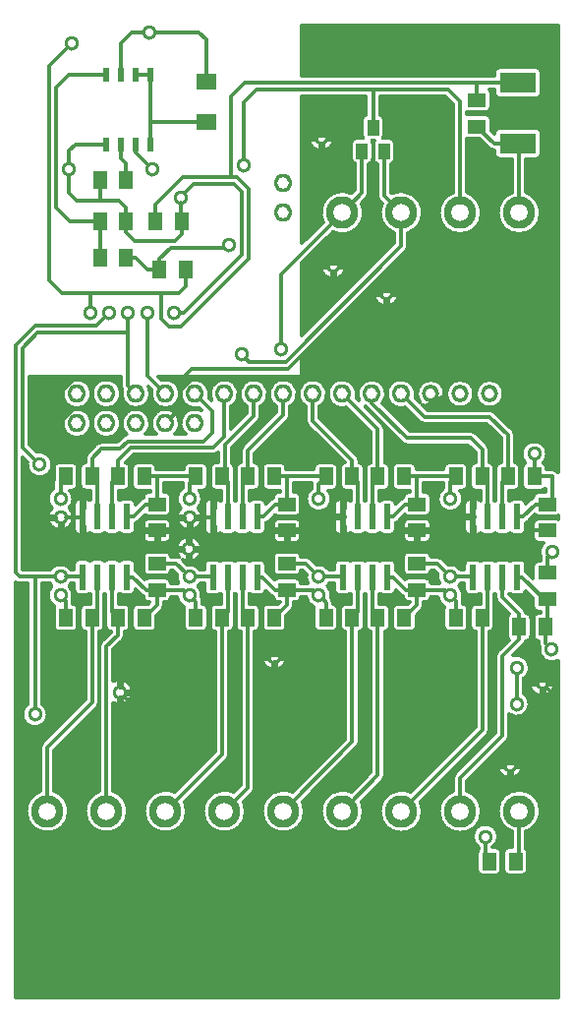
<source format=gbr>
G04 GERBER 5220*
%INB2*%
%LNBOTTOM*%
%FSLAX35Y35*%
%IPPOS*%
%LPD*%
%OFA0B0*%
%MOMM*%
%ADD10C,0.30480*%
%ADD20C,0.30000*%
%ADD25R,1.50000X1.20000*%
%ADD26R,1.20000X1.50000*%
%ADD72R,0.99060X1.32080*%
%ADD132C,0.60000*%
%ADD134R,0.60000X2.20000*%
%ADD146C,1.30000X0.70000*%
%ADD150O,1.60000X1.60000X1.00000*%
%ADD151O,1.60000X1.60000X1.00000*%
%ADD204O,1.50114X1.50114X0.90000*%
%ADD251C,2.80000X1.50000*%
%ADD264R,0.56000X1.17000*%
%ADD266R,1.80000X1.40000*%
%ADD279R,3.15000X1.78000*%
X0Y0D02*
D02*
D10*
X172720Y3746644D02*
Y172720D01*
X4848312*
X4848316Y3074208*
G75*
G02X4686004Y3195036I-55014J95532*
G01*
G75*
G02X4678312Y3224490I52548J29454*
G01*
Y3244001*
G75*
G02X4633312Y3289240I240J45239*
G01*
Y3439240*
G75*
G02X4678552Y3484480I45240*
G01*
X4692562*
Y3497250*
X4677802*
G75*
G02X4632562Y3542490J45240*
G01*
Y3612663*
X4569995Y3675231*
G75*
G02X4525302Y3637006I-44693J7015*
G01*
X4465302*
G75*
G02X4431802Y3651842J45240*
G01*
G75*
G02X4428542Y3648598I-33499J30405*
G01*
Y3643442*
X4553648Y3518336*
G75*
G02X4570654Y3484480I-42596J-42595*
G01*
X4571052*
G75*
G02X4616292Y3439240J-45240*
G01*
Y3289240*
G75*
G02X4571052Y3244000I-45240*
G01*
X4570349*
G75*
G02X4553648Y3212019I-59297J10615*
G01*
X4460102Y3118472*
G75*
G02X4551542Y2920414I31200J-105733*
G01*
Y2793754*
G75*
G02X4601542Y2701428I-60240J-92326*
G01*
G75*
G02X4428542Y2610797I-110240*
G01*
Y2427615*
G75*
G02X4410898Y2385019I-60240*
G01*
X4064917Y2039038*
Y1953588*
G75*
G02X4189917Y1778417I-60240J-175171*
G01*
G75*
G02X3819437I-185240*
G01*
G75*
G02X3944437Y1953588I185240*
G01*
Y2063990*
G75*
G02X3962081Y2106586I60240*
G01*
X4308062Y2452567*
Y3111865*
G75*
G02X4325706Y3154461I60240*
G01*
X4424129Y3252884*
G75*
G02X4405812Y3289240I26923J36357*
G01*
Y3439240*
G75*
G02X4425220Y3476380I45240*
G01*
X4325706Y3575894*
G75*
G02X4308062Y3618490I42596J42596*
G01*
Y3648598*
G75*
G02X4304802Y3651842I30239J33649*
G01*
G75*
G02X4301542Y3648598I-33499J30405*
G01*
Y3490990*
G75*
G02X4299792Y3476576I-60240*
G01*
Y3369240*
G75*
G02X4254792Y3324001I-45240*
G01*
Y2476292*
G75*
G02X4237148Y2433696I-60240*
G01*
X3663138Y1859686*
G75*
G02X3681917Y1778417I-166461J-81269*
G01*
G75*
G02X3311437I-185240*
G01*
G75*
G02X3577946Y1944878I185240*
G01*
X4134312Y2501244*
Y3324001*
G75*
G02X4089312Y3369240I240J45239*
G01*
Y3519240*
G75*
G02X4134552Y3564480I45240*
G01*
X4181062*
Y3648598*
G75*
G02X4177802Y3651842I30239J33649*
G01*
G75*
G02X4144302Y3637006I-33500J30404*
G01*
X4084302*
G75*
G02X4039062Y3682246J45240*
G01*
Y3736875*
X4011691*
G75*
G02X3994948Y3716865I-92325J60241*
G01*
G75*
G02X4025044Y3605232I-75583J-80250*
G01*
G75*
G02X4027292Y3588928I-57992J-16303*
G01*
Y3564479*
G75*
G02X4072292Y3519240I-240J-45239*
G01*
Y3369240*
G75*
G02X4027052Y3324000I-45240*
G01*
X3907052*
G75*
G02X3861812Y3369240J45240*
G01*
Y3519240*
G75*
G02X3866730Y3539752I45240J-1*
G01*
G75*
G02X3810065Y3622250I52635J96863*
G01*
X3753041*
G75*
G02X3707802Y3577250I-45239J240*
G01*
X3693042*
Y3554490*
G75*
G02X3675398Y3511894I-60240*
G01*
X3627792Y3464288*
Y3369240*
G75*
G02X3582552Y3324000I-45240*
G01*
X3462552*
G75*
G02X3417312Y3369240J45240*
G01*
Y3519240*
G75*
G02X3462552Y3564480I45240*
G01*
X3557600*
X3570370Y3577250*
X3557802*
G75*
G02X3512562Y3622490J45240*
G01*
Y3627288*
G75*
G02X3494081Y3639894I24114J55203*
G01*
X3450542Y3683433*
Y3682246*
G75*
G02X3405302Y3637006I-45240*
G01*
X3345302*
G75*
G02X3311802Y3651842J45240*
G01*
G75*
G02X3308542Y3648598I-33499J30405*
G01*
Y3564480*
X3355052*
G75*
G02X3400292Y3519240J-45240*
G01*
Y3369240*
G75*
G02X3355292Y3324001I-45240*
G01*
Y2086115*
G75*
G02X3337648Y2043519I-60240*
G01*
X3155138Y1861009*
G75*
G02X3173917Y1779740I-166461J-81269*
G01*
G75*
G02X2803437I-185240*
G01*
G75*
G02X3069946Y1946201I185240*
G01*
X3234812Y2111067*
Y3324001*
G75*
G02X3189812Y3369240I240J45239*
G01*
Y3476576*
G75*
G02X3188062Y3490990I58490J14414*
G01*
Y3648598*
G75*
G02X3184802Y3651842I30239J33649*
G01*
G75*
G02X3181542Y3648598I-33499J30405*
G01*
Y3490990*
G75*
G02X3179792Y3476576I-60240*
G01*
Y3369240*
G75*
G02X3134792Y3324001I-45240*
G01*
Y2373615*
G75*
G02X3117148Y2331019I-60240*
G01*
X2647138Y1861009*
G75*
G02X2665917Y1779740I-166461J-81269*
G01*
G75*
G02X2295437I-185240*
G01*
G75*
G02X2561946Y1946201I185240*
G01*
X3014312Y2398567*
Y3324001*
G75*
G02X2969312Y3369240I240J45239*
G01*
Y3519240*
G75*
G02X3014552Y3564480I45240*
G01*
X3061062*
Y3648598*
G75*
G02X3057802Y3651842I30239J33649*
G01*
G75*
G02X3024302Y3637006I-33500J30404*
G01*
X2964302*
G75*
G02X2919062Y3682246J45240*
G01*
Y3736875*
X2878191*
G75*
G02X2861448Y3716865I-92325J60241*
G01*
G75*
G02X2893671Y3613579I-75583J-80250*
G01*
G75*
G02X2907292Y3575428I-46619J-38151*
G01*
Y3564479*
G75*
G02X2952292Y3519240I-240J-45239*
G01*
Y3369240*
G75*
G02X2907052Y3324000I-45240*
G01*
X2787052*
G75*
G02X2741812Y3369240J45240*
G01*
Y3519240*
G75*
G02X2744446Y3534452I45240J1*
G01*
G75*
G02X2676618Y3621850I41419J102163*
G01*
X2633037*
G75*
G02X2587802Y3577250I-45235J640*
G01*
X2573042*
Y3554490*
G75*
G02X2555398Y3511894I-60240*
G01*
X2507792Y3464288*
Y3369240*
G75*
G02X2462552Y3324000I-45240*
G01*
X2342552*
G75*
G02X2297312Y3369240J45240*
G01*
Y3519240*
G75*
G02X2342552Y3564480I45240*
G01*
X2437600*
X2450370Y3577250*
X2437802*
G75*
G02X2392562Y3622490J45240*
G01*
Y3624171*
G75*
G02X2366298Y3639611I16614J58319*
G01*
X2330084Y3675824*
G75*
G02X2285302Y3637006I-44782J6422*
G01*
X2225302*
G75*
G02X2191802Y3651842J45240*
G01*
G75*
G02X2188542Y3648598I-33499J30405*
G01*
Y3564480*
X2235052*
G75*
G02X2280292Y3519240J-45240*
G01*
Y3369240*
G75*
G02X2235292Y3324001I-45240*
G01*
Y1982115*
G75*
G02X2217648Y1939519I-60240*
G01*
X2139138Y1861009*
G75*
G02X2157917Y1779740I-166461J-81269*
G01*
G75*
G02X1787437I-185240*
G01*
G75*
G02X2053946Y1946201I185240*
G01*
X2114812Y2007067*
Y3324001*
G75*
G02X2069812Y3369240I240J45239*
G01*
Y3476576*
G75*
G02X2068062Y3490990I58490J14414*
G01*
Y3648598*
G75*
G02X2064802Y3651842I30239J33649*
G01*
G75*
G02X2061542Y3648598I-33499J30405*
G01*
Y3490990*
G75*
G02X2059792Y3476576I-60240*
G01*
Y3369240*
G75*
G02X2015192Y3324005I-45240*
G01*
Y2269613*
G75*
G02X1997431Y2226734I-60640*
G01*
X1631323Y1860628*
G75*
G02X1649917Y1779740I-166646J-80889*
G01*
G75*
G02X1279437I-185240*
G01*
G75*
G02X1545565Y1946386I185240*
G01*
X1893912Y2294731*
Y3324005*
G75*
G02X1849312Y3369240I640J45235*
G01*
Y3519240*
G75*
G02X1894552Y3564480I45240*
G01*
X1941062*
Y3648598*
G75*
G02X1937802Y3651842I30239J33649*
G01*
G75*
G02X1904302Y3637006I-33500J30404*
G01*
X1844302*
G75*
G02X1799062Y3682246J45240*
G01*
Y3736875*
X1764128*
G75*
G02X1747385Y3716865I-92325J60241*
G01*
G75*
G02X1779163Y3611586I-75583J-80250*
G01*
G75*
G02X1787292Y3581365I-52111J-30221*
G01*
Y3564479*
G75*
G02X1832292Y3519240I-240J-45239*
G01*
Y3369240*
G75*
G02X1787052Y3324000I-45240*
G01*
X1667052*
G75*
G02X1621812Y3369240J45240*
G01*
Y3519240*
G75*
G02X1625301Y3536662I45240*
G01*
G75*
G02X1562502Y3622250I46501J99953*
G01*
X1513041*
G75*
G02X1467802Y3577250I-45239J240*
G01*
X1453442*
Y3554492*
G75*
G02X1435681Y3511613I-60640*
G01*
X1387792Y3463723*
Y3369240*
G75*
G02X1342552Y3324000I-45240*
G01*
X1222552*
G75*
G02X1177312Y3369240J45240*
G01*
Y3519240*
G75*
G02X1222552Y3564480I45240*
G01*
X1317032*
X1329802Y3577250*
X1317802*
G75*
G02X1272562Y3622490J45240*
G01*
Y3627650*
G75*
G02X1254894Y3639894I24928J54840*
G01*
X1208604Y3686184*
Y3683933*
G75*
G02X1163364Y3638693I-45240*
G01*
X1103364*
G75*
G02X1069864Y3653529J45240*
G01*
G75*
G02X1066604Y3650285I-33499J30405*
G01*
Y3564480*
X1115052*
G75*
G02X1160292Y3519240J-45240*
G01*
Y3369240*
G75*
G02X1115292Y3324001I-45240*
G01*
Y3295740*
G75*
G02X1097648Y3253144I-60240*
G01*
X1016917Y3172413*
Y2900034*
G75*
G02X1182042Y2804428I54885J-95606*
G01*
G75*
G02X1016917Y2708822I-110240*
G01*
Y1954911*
G75*
G02X1141917Y1779740I-60240J-175171*
G01*
G75*
G02X771437I-185240*
G01*
G75*
G02X896437Y1954911I185240*
G01*
Y3197365*
G75*
G02X914081Y3239961I60240*
G01*
X994812Y3320692*
Y3324001*
G75*
G02X949812Y3369240I240J45239*
G01*
Y3472174*
G75*
G02X946124Y3492928I56552J20754*
G01*
Y3650285*
G75*
G02X942864Y3653529I30239J33649*
G01*
G75*
G02X939604Y3650285I-33499J30405*
G01*
Y3523360*
G75*
G02X939792Y3519240I-45052J-4120*
G01*
Y3369240*
G75*
G02X894792Y3324001I-45240*
G01*
Y2714615*
G75*
G02X877148Y2672019I-60240*
G01*
X508917Y2303788*
Y1954911*
G75*
G02X633917Y1779740I-60240J-175171*
G01*
G75*
G02X263437I-185240*
G01*
G75*
G02X388437Y1954911I185240*
G01*
Y2328740*
G75*
G02X406081Y2371336I60240*
G01*
X774312Y2739567*
Y3324001*
G75*
G02X729312Y3369240I240J45239*
G01*
Y3519240*
G75*
G02X774552Y3564480I45240*
G01*
X819124*
Y3650285*
G75*
G02X815864Y3653529I30239J33649*
G01*
G75*
G02X782364Y3638693I-33500J30404*
G01*
X722364*
G75*
G02X677124Y3683933J45240*
G01*
Y3736938*
X653128*
G75*
G02X636383Y3716926I-92325J60241*
G01*
G75*
G02X665921Y3603207I-75518J-80311*
G01*
G75*
G02X667292Y3590428I-58869J-12779*
G01*
Y3564479*
G75*
G02X712292Y3519240I-240J-45239*
G01*
Y3369240*
G75*
G02X667052Y3324000I-45240*
G01*
X547052*
G75*
G02X501812Y3369240J45240*
G01*
Y3519240*
G75*
G02X507063Y3540395I45240*
G01*
G75*
G02X485284Y3716867I53802J96220*
G01*
G75*
G02X468476Y3736938I75517J80313*
G01*
X401355*
Y2706316*
G75*
G02X451355Y2613990I-60240J-92326*
G01*
G75*
G02X230875I-110240*
G01*
G75*
G02X280875Y2706316I110240*
G01*
Y3736538*
X206239*
G75*
G02X172720Y3746644J60640*
G01*
X2291125Y3108365D02*
G75*
G02X2511605I110240D01*
G01*
G75*
G02X2291125I-110240*
G01*
X4161875Y1453996D02*
Y1467289D01*
G75*
G02X4111875Y1559615I60240J92326*
G01*
G75*
G02X4332355I110240*
G01*
G75*
G02X4284141Y1468480I-110240*
G01*
X4315052*
G75*
G02X4360292Y1423240J-45240*
G01*
Y1273240*
G75*
G02X4315052Y1228000I-45240*
G01*
X4195052*
G75*
G02X4149812Y1273240J45240*
G01*
Y1423240*
G75*
G02X4161875Y1453996I45240*
G01*
X4321937Y2175053D02*
G75*
G02X4542417I110240D01*
G01*
G75*
G02X4321937I-110240*
G01*
X4452437Y1468480D02*
Y1603246D01*
G75*
G02X4327437Y1778417I60240J175171*
G01*
G75*
G02X4697917I185240*
G01*
G75*
G02X4572917Y1603246I-185240*
G01*
Y1456775*
G75*
G02X4587792Y1423240I-30365J-33535*
G01*
Y1273240*
G75*
G02X4542552Y1228000I-45240*
G01*
X4422552*
G75*
G02X4377312Y1273240J45240*
G01*
Y1423240*
G75*
G02X4422552Y1468480I45240*
G01*
X4452437*
X4599000Y2882553D02*
G75*
G02X4819480I110240D01*
G01*
G75*
G02X4599000I-110240*
G01*
X2235292Y3108365D02*
G36*
Y1982115D01*
G75*
G02X2217648Y1939519I-60240*
G01*
X2139138Y1861009*
G75*
G02X2157917Y1779740I-166461J-81269*
G01*
G75*
G02X1787437I-185240*
G01*
G75*
G02X2053946Y1946201I185240*
G01*
X2114812Y2007067*
Y3324001*
G75*
G02X2069812Y3369240I240J45239*
G01*
Y3476576*
G75*
G02X2068062Y3490990I58490J14414*
G01*
Y3648598*
G75*
G02X2064802Y3651842I30239J33649*
G01*
G75*
G02X2061542Y3648598I-33499J30405*
G01*
Y3490990*
G75*
G02X2059792Y3476576I-60240*
G01*
Y3369240*
G75*
G02X2015192Y3324005I-45240*
G01*
Y2269613*
G75*
G02X1997431Y2226734I-60640*
G01*
X1631323Y1860628*
G75*
G02X1649917Y1779740I-166646J-80889*
G01*
G75*
G02X1279437I-185240*
G01*
G75*
G02X1545565Y1946386I185240*
G01*
X1893912Y2294731*
Y3324005*
G75*
G02X1849312Y3369240I640J45235*
G01*
Y3519240*
G75*
G02X1894552Y3564480I45240*
G01*
X1941062*
Y3648598*
G75*
G02X1937802Y3651842I30239J33649*
G01*
G75*
G02X1904302Y3637006I-33500J30404*
G01*
X1844302*
G75*
G02X1799062Y3682246J45240*
G01*
Y3736875*
X1764128*
G75*
G02X1747385Y3716865I-92325J60241*
G01*
G75*
G02X1779163Y3611586I-75583J-80250*
G01*
G75*
G02X1787292Y3581365I-52111J-30221*
G01*
Y3564479*
G75*
G02X1832292Y3519240I-240J-45239*
G01*
Y3369240*
G75*
G02X1787052Y3324000I-45240*
G01*
X1667052*
G75*
G02X1621812Y3369240J45240*
G01*
Y3519240*
G75*
G02X1625301Y3536662I45240*
G01*
G75*
G02X1562502Y3622250I46501J99953*
G01*
X1513041*
G75*
G02X1467802Y3577250I-45239J240*
G01*
X1453442*
Y3554492*
G75*
G02X1435681Y3511613I-60640*
G01*
X1387792Y3463723*
Y3369240*
G75*
G02X1342552Y3324000I-45240*
G01*
X1222552*
G75*
G02X1177312Y3369240J45240*
G01*
Y3519240*
G75*
G02X1222552Y3564480I45240*
G01*
X1317032*
X1329802Y3577250*
X1317802*
G75*
G02X1272562Y3622490J45240*
G01*
Y3627650*
G75*
G02X1254894Y3639894I24928J54840*
G01*
X1208604Y3686184*
Y3683933*
G75*
G02X1163364Y3638693I-45240*
G01*
X1103364*
G75*
G02X1069864Y3653529J45240*
G01*
G75*
G02X1066604Y3650285I-33499J30405*
G01*
Y3564480*
X1115052*
G75*
G02X1160292Y3519240J-45240*
G01*
Y3369240*
G75*
G02X1115292Y3324001I-45240*
G01*
Y3295740*
G75*
G02X1097648Y3253144I-60240*
G01*
X1016917Y3172413*
Y2900034*
G75*
G02X1182042Y2804428I54885J-95606*
G01*
G75*
G02X1016917Y2708822I-110240*
G01*
Y1954911*
G75*
G02X1141917Y1779740I-60240J-175171*
G01*
G75*
G02X771437I-185240*
G01*
G75*
G02X896437Y1954911I185240*
G01*
Y3197365*
G75*
G02X914081Y3239961I60240*
G01*
X994812Y3320692*
Y3324001*
G75*
G02X949812Y3369240I240J45239*
G01*
Y3472174*
G75*
G02X946124Y3492928I56552J20754*
G01*
Y3650285*
G75*
G02X942864Y3653529I30239J33649*
G01*
G75*
G02X939604Y3650285I-33499J30405*
G01*
Y3523360*
G75*
G02X939792Y3519240I-45052J-4120*
G01*
Y3369240*
G75*
G02X894792Y3324001I-45240*
G01*
Y2714615*
G75*
G02X877148Y2672019I-60240*
G01*
X508917Y2303788*
Y1954911*
G75*
G02X633917Y1779740I-60240J-175171*
G01*
G75*
G02X263437I-185240*
G01*
G75*
G02X388437Y1954911I185240*
G01*
Y2328740*
G75*
G02X406081Y2371336I60240*
G01*
X774312Y2739567*
Y3324001*
G75*
G02X729312Y3369240I240J45239*
G01*
Y3519240*
G75*
G02X774552Y3564480I45240*
G01*
X819124*
Y3650285*
G75*
G02X815864Y3653529I30239J33649*
G01*
G75*
G02X782364Y3638693I-33500J30404*
G01*
X722364*
G75*
G02X677124Y3683933J45240*
G01*
Y3736938*
X653128*
G75*
G02X636383Y3716926I-92325J60241*
G01*
G75*
G02X665921Y3603207I-75518J-80311*
G01*
G75*
G02X667292Y3590428I-58869J-12779*
G01*
Y3564479*
G75*
G02X712292Y3519240I-240J-45239*
G01*
Y3369240*
G75*
G02X667052Y3324000I-45240*
G01*
X547052*
G75*
G02X501812Y3369240J45240*
G01*
Y3519240*
G75*
G02X507063Y3540395I45240*
G01*
G75*
G02X485284Y3716867I53802J96220*
G01*
G75*
G02X468476Y3736938I75517J80313*
G01*
X401355*
Y2706316*
G75*
G02X451355Y2613990I-60240J-92326*
G01*
G75*
G02X230875I-110240*
G01*
G75*
G02X280875Y2706316I110240*
G01*
Y3736538*
X206239*
G75*
G02X172720Y3746644J60640*
G01*
Y1448927*
X4157812*
G75*
G02X4161875Y1453996I37240J-25687*
G01*
Y1467289*
G75*
G02X4111875Y1559615I60240J92326*
G01*
G75*
G02X4332355I110240*
G01*
G75*
G02X4284141Y1468480I-110240*
G01*
X4315052*
G75*
G02X4352292Y1448927J-45240*
G01*
X4385312*
G75*
G02X4422552Y1468480I37240J-25687*
G01*
X4452437*
Y1603246*
G75*
G02X4327437Y1778417I60240J175171*
G01*
G75*
G02X4697917I185240*
G01*
G75*
G02X4572917Y1603246I-185240*
G01*
Y1456775*
G75*
G02X4579792Y1448927I-30365J-33535*
G01*
X4848314*
X4848315Y2175053*
X4542417*
G75*
G02X4321937I-110240*
G01*
X4200932*
X4064917Y2039038*
Y1953588*
G75*
G02X4189917Y1778417I-60240J-175171*
G01*
G75*
G02X3819437I-185240*
G01*
G75*
G02X3944437Y1953588I185240*
G01*
Y2063990*
G75*
G02X3962081Y2106586I60240*
G01*
X4308062Y2452567*
Y3111865*
G75*
G02X4325706Y3154461I60240*
G01*
X4424129Y3252884*
G75*
G02X4405812Y3289240I26923J36357*
G01*
Y3439240*
G75*
G02X4425220Y3476380I45240*
G01*
X4325706Y3575894*
G75*
G02X4308062Y3618490I42596J42596*
G01*
Y3648598*
G75*
G02X4304802Y3651842I30239J33649*
G01*
G75*
G02X4301542Y3648598I-33499J30405*
G01*
Y3490990*
G75*
G02X4299792Y3476576I-60240*
G01*
Y3369240*
G75*
G02X4254792Y3324001I-45240*
G01*
Y2476292*
G75*
G02X4237148Y2433696I-60240*
G01*
X3663138Y1859686*
G75*
G02X3681917Y1778417I-166461J-81269*
G01*
G75*
G02X3311437I-185240*
G01*
G75*
G02X3577946Y1944878I185240*
G01*
X4134312Y2501244*
Y3324001*
G75*
G02X4089312Y3369240I240J45239*
G01*
Y3519240*
G75*
G02X4134552Y3564480I45240*
G01*
X4181062*
Y3648598*
G75*
G02X4177802Y3651842I30239J33649*
G01*
G75*
G02X4144302Y3637006I-33500J30404*
G01*
X4084302*
G75*
G02X4039062Y3682246J45240*
G01*
Y3736875*
X4011691*
G75*
G02X3994948Y3716865I-92325J60241*
G01*
G75*
G02X4025044Y3605232I-75583J-80250*
G01*
G75*
G02X4027292Y3588928I-57992J-16303*
G01*
Y3564479*
G75*
G02X4072292Y3519240I-240J-45239*
G01*
Y3369240*
G75*
G02X4027052Y3324000I-45240*
G01*
X3907052*
G75*
G02X3861812Y3369240J45240*
G01*
Y3519240*
G75*
G02X3866730Y3539752I45240J-1*
G01*
G75*
G02X3810065Y3622250I52635J96863*
G01*
X3753041*
G75*
G02X3707802Y3577250I-45239J240*
G01*
X3693042*
Y3554490*
G75*
G02X3675398Y3511894I-60240*
G01*
X3627792Y3464288*
Y3369240*
G75*
G02X3582552Y3324000I-45240*
G01*
X3462552*
G75*
G02X3417312Y3369240J45240*
G01*
Y3519240*
G75*
G02X3462552Y3564480I45240*
G01*
X3557600*
X3570370Y3577250*
X3557802*
G75*
G02X3512562Y3622490J45240*
G01*
Y3627288*
G75*
G02X3494081Y3639894I24114J55203*
G01*
X3450542Y3683433*
Y3682246*
G75*
G02X3405302Y3637006I-45240*
G01*
X3345302*
G75*
G02X3311802Y3651842J45240*
G01*
G75*
G02X3308542Y3648598I-33499J30405*
G01*
Y3564480*
X3355052*
G75*
G02X3400292Y3519240J-45240*
G01*
Y3369240*
G75*
G02X3355292Y3324001I-45240*
G01*
Y2086115*
G75*
G02X3337648Y2043519I-60240*
G01*
X3155138Y1861009*
G75*
G02X3173917Y1779740I-166461J-81269*
G01*
G75*
G02X2803437I-185240*
G01*
G75*
G02X3069946Y1946201I185240*
G01*
X3234812Y2111067*
Y3324001*
G75*
G02X3189812Y3369240I240J45239*
G01*
Y3476576*
G75*
G02X3188062Y3490990I58490J14414*
G01*
Y3648598*
G75*
G02X3184802Y3651842I30239J33649*
G01*
G75*
G02X3181542Y3648598I-33499J30405*
G01*
Y3490990*
G75*
G02X3179792Y3476576I-60240*
G01*
Y3369240*
G75*
G02X3134792Y3324001I-45240*
G01*
Y2373615*
G75*
G02X3117148Y2331019I-60240*
G01*
X2647138Y1861009*
G75*
G02X2665917Y1779740I-166461J-81269*
G01*
G75*
G02X2295437I-185240*
G01*
G75*
G02X2561946Y1946201I185240*
G01*
X3014312Y2398567*
Y3108365*
X2511605*
G75*
G02X2291125I-110240*
G01*
X2235292*
G37*
G36*
Y1982115*
G75*
G02X2217648Y1939519I-60240*
G01*
X2139138Y1861009*
G75*
G02X2157917Y1779740I-166461J-81269*
G01*
G75*
G02X1787437I-185240*
G01*
G75*
G02X2053946Y1946201I185240*
G01*
X2114812Y2007067*
Y3324001*
G75*
G02X2069812Y3369240I240J45239*
G01*
Y3476576*
G75*
G02X2068062Y3490990I58490J14414*
G01*
Y3648598*
G75*
G02X2064802Y3651842I30239J33649*
G01*
G75*
G02X2061542Y3648598I-33499J30405*
G01*
Y3490990*
G75*
G02X2059792Y3476576I-60240*
G01*
Y3369240*
G75*
G02X2015192Y3324005I-45240*
G01*
Y2269613*
G75*
G02X1997431Y2226734I-60640*
G01*
X1631323Y1860628*
G75*
G02X1649917Y1779740I-166646J-80889*
G01*
G75*
G02X1279437I-185240*
G01*
G75*
G02X1545565Y1946386I185240*
G01*
X1893912Y2294731*
Y3324005*
G75*
G02X1849312Y3369240I640J45235*
G01*
Y3519240*
G75*
G02X1894552Y3564480I45240*
G01*
X1941062*
Y3648598*
G75*
G02X1937802Y3651842I30239J33649*
G01*
G75*
G02X1904302Y3637006I-33500J30404*
G01*
X1844302*
G75*
G02X1799062Y3682246J45240*
G01*
Y3736875*
X1764128*
G75*
G02X1747385Y3716865I-92325J60241*
G01*
G75*
G02X1779163Y3611586I-75583J-80250*
G01*
G75*
G02X1787292Y3581365I-52111J-30221*
G01*
Y3564479*
G75*
G02X1832292Y3519240I-240J-45239*
G01*
Y3369240*
G75*
G02X1787052Y3324000I-45240*
G01*
X1667052*
G75*
G02X1621812Y3369240J45240*
G01*
Y3519240*
G75*
G02X1625301Y3536662I45240*
G01*
G75*
G02X1562502Y3622250I46501J99953*
G01*
X1513041*
G75*
G02X1467802Y3577250I-45239J240*
G01*
X1453442*
Y3554492*
G75*
G02X1435681Y3511613I-60640*
G01*
X1387792Y3463723*
Y3369240*
G75*
G02X1342552Y3324000I-45240*
G01*
X1222552*
G75*
G02X1177312Y3369240J45240*
G01*
Y3519240*
G75*
G02X1222552Y3564480I45240*
G01*
X1317032*
X1329802Y3577250*
X1317802*
G75*
G02X1272562Y3622490J45240*
G01*
Y3627650*
G75*
G02X1254894Y3639894I24928J54840*
G01*
X1208604Y3686184*
Y3683933*
G75*
G02X1163364Y3638693I-45240*
G01*
X1103364*
G75*
G02X1069864Y3653529J45240*
G01*
G75*
G02X1066604Y3650285I-33499J30405*
G01*
Y3564480*
X1115052*
G75*
G02X1160292Y3519240J-45240*
G01*
Y3369240*
G75*
G02X1115292Y3324001I-45240*
G01*
Y3295740*
G75*
G02X1097648Y3253144I-60240*
G01*
X1016917Y3172413*
Y2900034*
G75*
G02X1182042Y2804428I54885J-95606*
G01*
G75*
G02X1016917Y2708822I-110240*
G01*
Y1954911*
G75*
G02X1141917Y1779740I-60240J-175171*
G01*
G75*
G02X771437I-185240*
G01*
G75*
G02X896437Y1954911I185240*
G01*
Y3197365*
G75*
G02X914081Y3239961I60240*
G01*
X994812Y3320692*
Y3324001*
G75*
G02X949812Y3369240I240J45239*
G01*
Y3472174*
G75*
G02X946124Y3492928I56552J20754*
G01*
Y3650285*
G75*
G02X942864Y3653529I30239J33649*
G01*
G75*
G02X939604Y3650285I-33499J30405*
G01*
Y3523360*
G75*
G02X939792Y3519240I-45052J-4120*
G01*
Y3369240*
G75*
G02X894792Y3324001I-45240*
G01*
Y2714615*
G75*
G02X877148Y2672019I-60240*
G01*
X508917Y2303788*
Y1954911*
G75*
G02X633917Y1779740I-60240J-175171*
G01*
G75*
G02X263437I-185240*
G01*
G75*
G02X388437Y1954911I185240*
G01*
Y2328740*
G75*
G02X406081Y2371336I60240*
G01*
X774312Y2739567*
Y3324001*
G75*
G02X729312Y3369240I240J45239*
G01*
Y3519240*
G75*
G02X774552Y3564480I45240*
G01*
X819124*
Y3650285*
G75*
G02X815864Y3653529I30239J33649*
G01*
G75*
G02X782364Y3638693I-33500J30404*
G01*
X722364*
G75*
G02X677124Y3683933J45240*
G01*
Y3736938*
X653128*
G75*
G02X636383Y3716926I-92325J60241*
G01*
G75*
G02X665921Y3603207I-75518J-80311*
G01*
G75*
G02X667292Y3590428I-58869J-12779*
G01*
Y3564479*
G75*
G02X712292Y3519240I-240J-45239*
G01*
Y3369240*
G75*
G02X667052Y3324000I-45240*
G01*
X547052*
G75*
G02X501812Y3369240J45240*
G01*
Y3519240*
G75*
G02X507063Y3540395I45240*
G01*
G75*
G02X485284Y3716867I53802J96220*
G01*
G75*
G02X468476Y3736938I75517J80313*
G01*
X401355*
Y2706316*
G75*
G02X451355Y2613990I-60240J-92326*
G01*
G75*
G02X230875I-110240*
G01*
G75*
G02X280875Y2706316I110240*
G01*
Y3736538*
X206239*
G75*
G02X172720Y3746644J60640*
G01*
Y1448927*
X4157812*
G75*
G02X4161875Y1453996I37240J-25687*
G01*
Y1467289*
G75*
G02X4111875Y1559615I60240J92326*
G01*
G75*
G02X4332355I110240*
G01*
G75*
G02X4284141Y1468480I-110240*
G01*
X4315052*
G75*
G02X4352292Y1448927J-45240*
G01*
X4385312*
G75*
G02X4422552Y1468480I37240J-25687*
G01*
X4452437*
Y1603246*
G75*
G02X4327437Y1778417I60240J175171*
G01*
G75*
G02X4697917I185240*
G01*
G75*
G02X4572917Y1603246I-185240*
G01*
Y1456775*
G75*
G02X4579792Y1448927I-30365J-33535*
G01*
X4848314*
X4848315Y2175053*
X4542417*
G75*
G02X4321937I-110240*
G01*
X4200932*
X4064917Y2039038*
Y1953588*
G75*
G02X4189917Y1778417I-60240J-175171*
G01*
G75*
G02X3819437I-185240*
G01*
G75*
G02X3944437Y1953588I185240*
G01*
Y2063990*
G75*
G02X3962081Y2106586I60240*
G01*
X4308062Y2452567*
Y3111865*
G75*
G02X4325706Y3154461I60240*
G01*
X4424129Y3252884*
G75*
G02X4405812Y3289240I26923J36357*
G01*
Y3439240*
G75*
G02X4425220Y3476380I45240*
G01*
X4325706Y3575894*
G75*
G02X4308062Y3618490I42596J42596*
G01*
Y3648598*
G75*
G02X4304802Y3651842I30239J33649*
G01*
G75*
G02X4301542Y3648598I-33499J30405*
G01*
Y3490990*
G75*
G02X4299792Y3476576I-60240*
G01*
Y3369240*
G75*
G02X4254792Y3324001I-45240*
G01*
Y2476292*
G75*
G02X4237148Y2433696I-60240*
G01*
X3663138Y1859686*
G75*
G02X3681917Y1778417I-166461J-81269*
G01*
G75*
G02X3311437I-185240*
G01*
G75*
G02X3577946Y1944878I185240*
G01*
X4134312Y2501244*
Y3324001*
G75*
G02X4089312Y3369240I240J45239*
G01*
Y3519240*
G75*
G02X4134552Y3564480I45240*
G01*
X4181062*
Y3648598*
G75*
G02X4177802Y3651842I30239J33649*
G01*
G75*
G02X4144302Y3637006I-33500J30404*
G01*
X4084302*
G75*
G02X4039062Y3682246J45240*
G01*
Y3736875*
X4011691*
G75*
G02X3994948Y3716865I-92325J60241*
G01*
G75*
G02X4025044Y3605232I-75583J-80250*
G01*
G75*
G02X4027292Y3588928I-57992J-16303*
G01*
Y3564479*
G75*
G02X4072292Y3519240I-240J-45239*
G01*
Y3369240*
G75*
G02X4027052Y3324000I-45240*
G01*
X3907052*
G75*
G02X3861812Y3369240J45240*
G01*
Y3519240*
G75*
G02X3866730Y3539752I45240J-1*
G01*
G75*
G02X3810065Y3622250I52635J96863*
G01*
X3753041*
G75*
G02X3707802Y3577250I-45239J240*
G01*
X3693042*
Y3554490*
G75*
G02X3675398Y3511894I-60240*
G01*
X3627792Y3464288*
Y3369240*
G75*
G02X3582552Y3324000I-45240*
G01*
X3462552*
G75*
G02X3417312Y3369240J45240*
G01*
Y3519240*
G75*
G02X3462552Y3564480I45240*
G01*
X3557600*
X3570370Y3577250*
X3557802*
G75*
G02X3512562Y3622490J45240*
G01*
Y3627288*
G75*
G02X3494081Y3639894I24114J55203*
G01*
X3450542Y3683433*
Y3682246*
G75*
G02X3405302Y3637006I-45240*
G01*
X3345302*
G75*
G02X3311802Y3651842J45240*
G01*
G75*
G02X3308542Y3648598I-33499J30405*
G01*
Y3564480*
X3355052*
G75*
G02X3400292Y3519240J-45240*
G01*
Y3369240*
G75*
G02X3355292Y3324001I-45240*
G01*
Y2086115*
G75*
G02X3337648Y2043519I-60240*
G01*
X3155138Y1861009*
G75*
G02X3173917Y1779740I-166461J-81269*
G01*
G75*
G02X2803437I-185240*
G01*
G75*
G02X3069946Y1946201I185240*
G01*
X3234812Y2111067*
Y3324001*
G75*
G02X3189812Y3369240I240J45239*
G01*
Y3476576*
G75*
G02X3188062Y3490990I58490J14414*
G01*
Y3648598*
G75*
G02X3184802Y3651842I30239J33649*
G01*
G75*
G02X3181542Y3648598I-33499J30405*
G01*
Y3490990*
G75*
G02X3179792Y3476576I-60240*
G01*
Y3369240*
G75*
G02X3134792Y3324001I-45240*
G01*
Y2373615*
G75*
G02X3117148Y2331019I-60240*
G01*
X2647138Y1861009*
G75*
G02X2665917Y1779740I-166461J-81269*
G01*
G75*
G02X2295437I-185240*
G01*
G75*
G02X2561946Y1946201I185240*
G01*
X3014312Y2398567*
Y3108365*
X2511605*
G75*
G02X2291125I-110240*
G01*
X2235292*
G37*
X2291125D02*
G36*
G75*
G02X2511605I110240D01*
G01*
X3014312*
Y3324001*
G75*
G02X2969312Y3369240I240J45239*
G01*
Y3519240*
G75*
G02X3014552Y3564480I45240*
G01*
X3061062*
Y3648598*
G75*
G02X3057802Y3651842I30239J33649*
G01*
G75*
G02X3024302Y3637006I-33500J30404*
G01*
X2964302*
G75*
G02X2919062Y3682246J45240*
G01*
Y3736875*
X2878191*
G75*
G02X2861448Y3716865I-92325J60241*
G01*
G75*
G02X2893671Y3613579I-75583J-80250*
G01*
G75*
G02X2907292Y3575428I-46619J-38151*
G01*
Y3564479*
G75*
G02X2952292Y3519240I-240J-45239*
G01*
Y3369240*
G75*
G02X2907052Y3324000I-45240*
G01*
X2787052*
G75*
G02X2741812Y3369240J45240*
G01*
Y3519240*
G75*
G02X2744446Y3534452I45240J1*
G01*
G75*
G02X2676618Y3621850I41419J102163*
G01*
X2633037*
G75*
G02X2587802Y3577250I-45235J640*
G01*
X2573042*
Y3554490*
G75*
G02X2555398Y3511894I-60240*
G01*
X2507792Y3464288*
Y3369240*
G75*
G02X2462552Y3324000I-45240*
G01*
X2342552*
G75*
G02X2297312Y3369240J45240*
G01*
Y3519240*
G75*
G02X2342552Y3564480I45240*
G01*
X2437600*
X2450370Y3577250*
X2437802*
G75*
G02X2392562Y3622490J45240*
G01*
Y3624171*
G75*
G02X2366298Y3639611I16614J58319*
G01*
X2330084Y3675824*
G75*
G02X2285302Y3637006I-44782J6422*
G01*
X2225302*
G75*
G02X2191802Y3651842J45240*
G01*
G75*
G02X2188542Y3648598I-33499J30405*
G01*
Y3564480*
X2235052*
G75*
G02X2280292Y3519240J-45240*
G01*
Y3369240*
G75*
G02X2235292Y3324001I-45240*
G01*
Y3108365*
X2291125*
G37*
G36*
G75*
G02X2511605I110240*
G01*
X3014312*
Y3324001*
G75*
G02X2969312Y3369240I240J45239*
G01*
Y3519240*
G75*
G02X3014552Y3564480I45240*
G01*
X3061062*
Y3648598*
G75*
G02X3057802Y3651842I30239J33649*
G01*
G75*
G02X3024302Y3637006I-33500J30404*
G01*
X2964302*
G75*
G02X2919062Y3682246J45240*
G01*
Y3736875*
X2878191*
G75*
G02X2861448Y3716865I-92325J60241*
G01*
G75*
G02X2893671Y3613579I-75583J-80250*
G01*
G75*
G02X2907292Y3575428I-46619J-38151*
G01*
Y3564479*
G75*
G02X2952292Y3519240I-240J-45239*
G01*
Y3369240*
G75*
G02X2907052Y3324000I-45240*
G01*
X2787052*
G75*
G02X2741812Y3369240J45240*
G01*
Y3519240*
G75*
G02X2744446Y3534452I45240J1*
G01*
G75*
G02X2676618Y3621850I41419J102163*
G01*
X2633037*
G75*
G02X2587802Y3577250I-45235J640*
G01*
X2573042*
Y3554490*
G75*
G02X2555398Y3511894I-60240*
G01*
X2507792Y3464288*
Y3369240*
G75*
G02X2462552Y3324000I-45240*
G01*
X2342552*
G75*
G02X2297312Y3369240J45240*
G01*
Y3519240*
G75*
G02X2342552Y3564480I45240*
G01*
X2437600*
X2450370Y3577250*
X2437802*
G75*
G02X2392562Y3622490J45240*
G01*
Y3624171*
G75*
G02X2366298Y3639611I16614J58319*
G01*
X2330084Y3675824*
G75*
G02X2285302Y3637006I-44782J6422*
G01*
X2225302*
G75*
G02X2191802Y3651842J45240*
G01*
G75*
G02X2188542Y3648598I-33499J30405*
G01*
Y3564480*
X2235052*
G75*
G02X2280292Y3519240J-45240*
G01*
Y3369240*
G75*
G02X2235292Y3324001I-45240*
G01*
Y3108365*
X2291125*
G37*
X172720Y1448927D02*
G36*
Y172720D01*
X4848312*
X4848314Y1448927*
X4579792*
G75*
G02X4587792Y1423240I-37240J-25687*
G01*
Y1273240*
G75*
G02X4542552Y1228000I-45240*
G01*
X4422552*
G75*
G02X4377312Y1273240J45240*
G01*
Y1423240*
G75*
G02X4385312Y1448927I45240*
G01*
X4352292*
G75*
G02X4360292Y1423240I-37240J-25687*
G01*
Y1273240*
G75*
G02X4315052Y1228000I-45240*
G01*
X4195052*
G75*
G02X4149812Y1273240J45240*
G01*
Y1423240*
G75*
G02X4157812Y1448927I45240*
G01*
X172720*
G37*
G36*
Y172720*
X4848312*
X4848314Y1448927*
X4579792*
G75*
G02X4587792Y1423240I-37240J-25687*
G01*
Y1273240*
G75*
G02X4542552Y1228000I-45240*
G01*
X4422552*
G75*
G02X4377312Y1273240J45240*
G01*
Y1423240*
G75*
G02X4385312Y1448927I45240*
G01*
X4352292*
G75*
G02X4360292Y1423240I-37240J-25687*
G01*
Y1273240*
G75*
G02X4315052Y1228000I-45240*
G01*
X4195052*
G75*
G02X4149812Y1273240J45240*
G01*
Y1423240*
G75*
G02X4157812Y1448927I45240*
G01*
X172720*
G37*
X4321937Y2175053D02*
G36*
G75*
G02X4542417I110240D01*
G01*
X4848315*
X4848316Y2882553*
X4819480*
G75*
G02X4599000I-110240*
G01*
X4551542*
Y2793754*
G75*
G02X4601542Y2701428I-60240J-92326*
G01*
G75*
G02X4428542Y2610797I-110240*
G01*
Y2427615*
G75*
G02X4410898Y2385019I-60240*
G01*
X4200932Y2175053*
X4321937*
G37*
G36*
G75*
G02X4542417I110240*
G01*
X4848315*
X4848316Y2882553*
X4819480*
G75*
G02X4599000I-110240*
G01*
X4551542*
Y2793754*
G75*
G02X4601542Y2701428I-60240J-92326*
G01*
G75*
G02X4428542Y2610797I-110240*
G01*
Y2427615*
G75*
G02X4410898Y2385019I-60240*
G01*
X4200932Y2175053*
X4321937*
G37*
X4599000Y2882553D02*
G36*
G75*
G02X4819480I110240D01*
G01*
X4848316*
Y3074208*
G75*
G02X4686004Y3195036I-55014J95532*
G01*
G75*
G02X4678312Y3224490I52548J29454*
G01*
Y3244001*
G75*
G02X4633312Y3289240I240J45239*
G01*
Y3439240*
G75*
G02X4678552Y3484480I45240*
G01*
X4692562*
Y3497250*
X4677802*
G75*
G02X4632562Y3542490J45240*
G01*
Y3612663*
X4569995Y3675231*
G75*
G02X4525302Y3637006I-44693J7015*
G01*
X4465302*
G75*
G02X4431802Y3651842J45240*
G01*
G75*
G02X4428542Y3648598I-33499J30405*
G01*
Y3643442*
X4553648Y3518336*
G75*
G02X4570654Y3484480I-42596J-42595*
G01*
X4571052*
G75*
G02X4616292Y3439240J-45240*
G01*
Y3289240*
G75*
G02X4571052Y3244000I-45240*
G01*
X4570349*
G75*
G02X4553648Y3212019I-59297J10615*
G01*
X4460102Y3118472*
G75*
G02X4551542Y2920414I31200J-105733*
G01*
Y2882553*
X4599000*
G37*
G36*
G75*
G02X4819480I110240*
G01*
X4848316*
Y3074208*
G75*
G02X4686004Y3195036I-55014J95532*
G01*
G75*
G02X4678312Y3224490I52548J29454*
G01*
Y3244001*
G75*
G02X4633312Y3289240I240J45239*
G01*
Y3439240*
G75*
G02X4678552Y3484480I45240*
G01*
X4692562*
Y3497250*
X4677802*
G75*
G02X4632562Y3542490J45240*
G01*
Y3612663*
X4569995Y3675231*
G75*
G02X4525302Y3637006I-44693J7015*
G01*
X4465302*
G75*
G02X4431802Y3651842J45240*
G01*
G75*
G02X4428542Y3648598I-33499J30405*
G01*
Y3643442*
X4553648Y3518336*
G75*
G02X4570654Y3484480I-42596J-42595*
G01*
X4571052*
G75*
G02X4616292Y3439240J-45240*
G01*
Y3289240*
G75*
G02X4571052Y3244000I-45240*
G01*
X4570349*
G75*
G02X4553648Y3212019I-59297J10615*
G01*
X4460102Y3118472*
G75*
G02X4551542Y2920414I31200J-105733*
G01*
Y2882553*
X4599000*
G37*
X292730Y5520678D02*
Y4935255D01*
X356240Y4871745*
G75*
G02X492480Y4764615I26000J-107130*
G01*
G75*
G02X272000I-110240*
G01*
G75*
G02X273700Y4783901I110240J1*
G01*
X233120Y4824481*
Y3857818*
X329821*
G75*
G02X354147Y3857418I11169J-60640*
G01*
X468476*
G75*
G02X653128I92326J-60240*
G01*
X677124*
Y3903933*
G75*
G02X722364Y3949173I45240*
G01*
X782364*
G75*
G02X815864Y3934337J-45240*
G01*
G75*
G02X849364Y3949173I33500J-30404*
G01*
X909364*
G75*
G02X942864Y3934337J-45240*
G01*
G75*
G02X976364Y3949173I33500J-30404*
G01*
X1036364*
G75*
G02X1069864Y3934337J-45240*
G01*
G75*
G02X1103364Y3949173I33500J-30404*
G01*
X1163364*
G75*
G02X1208604Y3903933J-45240*
G01*
Y3849790*
G75*
G02X1228643Y3836529I-22557J-55857*
G01*
X1288346Y3776826*
G75*
G02X1317802Y3787730I29457J-34336*
G01*
X1467802*
G75*
G02X1513041Y3742730J-45240*
G01*
X1575911*
G75*
G02X1563922Y3819803I95891J54385*
G01*
X1533975Y3849750*
X1513041*
G75*
G02X1467802Y3804750I-45239J240*
G01*
X1317802*
G75*
G02X1272562Y3849990J45240*
G01*
Y3969990*
G75*
G02X1317802Y4015230I45240*
G01*
X1467802*
G75*
G02X1513041Y3970230J-45240*
G01*
X1558927*
G75*
G02X1583260Y3965097J-60240*
G01*
G75*
G02X1557125Y4036365I84105J71268*
G01*
G75*
G02X1777605I110240*
G01*
G75*
G02X1614460Y3939649I-110240*
G01*
X1649114Y3904995*
G75*
G02X1764128Y3857355I22688J-107880*
G01*
X1799062*
Y3902246*
G75*
G02X1844302Y3947486I45240*
G01*
X1904302*
G75*
G02X1937802Y3932650J-45240*
G01*
G75*
G02X1971302Y3947486I33500J-30404*
G01*
X2031302*
G75*
G02X2064802Y3932650J-45240*
G01*
G75*
G02X2098302Y3947486I33500J-30404*
G01*
X2158302*
G75*
G02X2191802Y3932650J-45240*
G01*
G75*
G02X2225302Y3947486I33500J-30404*
G01*
X2285302*
G75*
G02X2330542Y3902246J-45240*
G01*
Y3844290*
G75*
G02X2342298Y3835125I-31123J-52044*
G01*
X2404411Y3773014*
G75*
G02X2437802Y3787730I33391J-30524*
G01*
X2587802*
G75*
G02X2633037Y3743130J-45240*
G01*
X2689748*
G75*
G02X2677887Y3819334I96117J53985*
G01*
X2647870Y3849350*
X2633037*
G75*
G02X2587802Y3804750I-45235J640*
G01*
X2437802*
G75*
G02X2392562Y3849990J45240*
G01*
Y3969990*
G75*
G02X2437802Y4015230I45240*
G01*
X2587802*
G75*
G02X2633037Y3970630J-45240*
G01*
X2672988*
G75*
G02X2715867Y3952869J-60640*
G01*
X2763645Y3905092*
G75*
G02X2878191Y3857355I22221J-107977*
G01*
X2919062*
Y3902246*
G75*
G02X2964302Y3947486I45240*
G01*
X3024302*
G75*
G02X3057802Y3932650J-45240*
G01*
G75*
G02X3091302Y3947486I33500J-30404*
G01*
X3151302*
G75*
G02X3184802Y3932650J-45240*
G01*
G75*
G02X3218302Y3947486I33500J-30404*
G01*
X3278302*
G75*
G02X3311802Y3932650J-45240*
G01*
G75*
G02X3345302Y3947486I33500J-30404*
G01*
X3405302*
G75*
G02X3450542Y3902246J-45240*
G01*
Y3847662*
G75*
G02X3469517Y3834842I-23622J-55415*
G01*
X3527911Y3776449*
G75*
G02X3557802Y3787730I29891J-33959*
G01*
X3707802*
G75*
G02X3753041Y3742730J-45240*
G01*
X3823474*
G75*
G02X3811485Y3819803I95891J54385*
G01*
X3781538Y3849750*
X3753041*
G75*
G02X3707802Y3804750I-45239J240*
G01*
X3557802*
G75*
G02X3512562Y3849990J45240*
G01*
Y3969990*
G75*
G02X3557802Y4015230I45240*
G01*
X3707802*
G75*
G02X3753041Y3970230J-45240*
G01*
X3806490*
G75*
G02X3849086Y3952586J-60240*
G01*
X3896677Y3904995*
G75*
G02X4011691Y3857355I22688J-107880*
G01*
X4039062*
Y3902246*
G75*
G02X4084302Y3947486I45240*
G01*
X4144302*
G75*
G02X4177802Y3932650J-45240*
G01*
G75*
G02X4211302Y3947486I33500J-30404*
G01*
X4271302*
G75*
G02X4304802Y3932650J-45240*
G01*
G75*
G02X4338302Y3947486I33500J-30404*
G01*
X4398302*
G75*
G02X4431802Y3932650J-45240*
G01*
G75*
G02X4465302Y3947486I33500J-30404*
G01*
X4525302*
G75*
G02X4570542Y3902246J-45240*
G01*
Y3843049*
G75*
G02X4580767Y3834842I-32371J-50803*
G01*
X4632562Y3783047*
Y3889990*
G75*
G02X4677802Y3935230I45240*
G01*
X4692562*
Y3967302*
G75*
G02X4693327Y3976873I60240J1*
G01*
G75*
G02X4718858Y4089250I104413J35367*
G01*
X4677802*
G75*
G02X4632562Y4134490J45240*
G01*
Y4254490*
G75*
G02X4677802Y4299730I45240*
G01*
X4827802*
G75*
G02X4848317Y4294811J-45240*
G01*
Y4321669*
G75*
G02X4827802Y4316750I-20515J40321*
G01*
X4677802*
G75*
G02X4645878Y4329937I2J45239*
G01*
X4585579Y4269638*
G75*
G02X4570542Y4258668I-42595J42596*
G01*
Y4202234*
G75*
G02X4525302Y4156994I-45240*
G01*
X4465302*
G75*
G02X4431802Y4171830J45240*
G01*
G75*
G02X4398302Y4156994I-33500J30404*
G01*
X4338302*
G75*
G02X4304802Y4171830J45240*
G01*
G75*
G02X4271302Y4156994I-33500J30404*
G01*
X4211302*
G75*
G02X4177802Y4171830J45240*
G01*
G75*
G02X4144302Y4156994I-33500J30404*
G01*
X4084302*
G75*
G02X4039062Y4202234J45240*
G01*
Y4422234*
G75*
G02X4084302Y4467474I45240*
G01*
X4144302*
G75*
G02X4177802Y4452638J-45240*
G01*
G75*
G02X4181062Y4455882I33499J-30405*
G01*
Y4540000*
X4134552*
G75*
G02X4089312Y4585240J45240*
G01*
Y4735240*
G75*
G02X4133912Y4780475I45240*
G01*
Y4865872*
X4070184Y4929600*
X3545365*
G75*
G02X3502486Y4947361J60640*
G01*
X3199923Y5249922*
G75*
G02X3193901Y5256941I42878J42880*
G01*
G75*
G02X3185203Y5261031I48905J115297*
G01*
X3337648Y5108586*
G75*
G02X3355292Y5065990I-42596J-42596*
G01*
Y4780479*
G75*
G02X3400292Y4735240I-240J-45239*
G01*
Y4585240*
G75*
G02X3355052Y4540000I-45240*
G01*
X3308542*
Y4455882*
G75*
G02X3311802Y4452638I-30239J-33649*
G01*
G75*
G02X3345302Y4467474I33500J-30404*
G01*
X3405302*
G75*
G02X3450482Y4424553J-45240*
G01*
X3488173Y4462244*
G75*
G02X3512562Y4477117I42878J-42879*
G01*
Y4481990*
G75*
G02X3557802Y4527230I45240*
G01*
X3572562*
Y4540000*
X3462552*
G75*
G02X3417312Y4585240J45240*
G01*
Y4735240*
G75*
G02X3462552Y4780480I45240*
G01*
X3582552*
G75*
G02X3627792Y4735240J-45240*
G01*
Y4721675*
G75*
G02X3646209Y4720480I5261J-61435*
G01*
X3861812*
Y4735240*
G75*
G02X3907052Y4780480I45240*
G01*
X4027052*
G75*
G02X4072292Y4735240J-45240*
G01*
Y4585240*
G75*
G02X4027052Y4540000I-45240*
G01*
X4003531*
G75*
G02X4029605Y4468803I-84166J-71197*
G01*
G75*
G02X3809125I-110240*
G01*
G75*
G02X3859125Y4561129I110240*
G01*
Y4600000*
X3693042*
Y4527230*
X3707802*
G75*
G02X3753042Y4481990J-45240*
G01*
Y4361990*
G75*
G02X3707802Y4316750I-45240*
G01*
X3557802*
G75*
G02X3526639Y4329195J45240*
G01*
X3466802Y4269355*
G75*
G02X3450542Y4257749I-42878J42879*
G01*
Y4202234*
G75*
G02X3405302Y4156994I-45240*
G01*
X3345302*
G75*
G02X3311802Y4171830J45240*
G01*
G75*
G02X3278302Y4156994I-33500J30404*
G01*
X3218302*
G75*
G02X3184802Y4171830J45240*
G01*
G75*
G02X3151302Y4156994I-33500J30404*
G01*
X3091302*
G75*
G02X3057802Y4171830J45240*
G01*
G75*
G02X3024302Y4156994I-33500J30404*
G01*
X2964302*
G75*
G02X2919062Y4202234J45240*
G01*
Y4422234*
G75*
G02X2964302Y4467474I45240*
G01*
X3024302*
G75*
G02X3057802Y4452638J-45240*
G01*
G75*
G02X3061062Y4455882I33499J-30405*
G01*
Y4540000*
X3014552*
G75*
G02X2969312Y4585240J45240*
G01*
Y4735240*
G75*
G02X3008085Y4780015I45240*
G01*
X2692206Y5095894*
G75*
G02X2674562Y5138490I42596J42596*
G01*
Y5262439*
G75*
G02X2734802Y5497480I60240J109801*
G01*
G75*
G02X2795042Y5262439J-125240*
G01*
Y5163442*
X3117148Y4841336*
G75*
G02X3134792Y4798740I-42596J-42596*
G01*
Y4780479*
G75*
G02X3179792Y4735240I-240J-45239*
G01*
Y4627904*
G75*
G02X3181542Y4613490I-58490J-14414*
G01*
Y4455882*
G75*
G02X3184802Y4452638I-30239J-33649*
G01*
G75*
G02X3188062Y4455882I33499J-30405*
G01*
Y4613490*
G75*
G02X3189812Y4627904I60240*
G01*
Y4735240*
G75*
G02X3234812Y4780479I45240*
G01*
Y5041038*
X3023847Y5252003*
G75*
G02X2988802Y5247000I-35045J120237*
G01*
G75*
G02Y5497480J125240*
G01*
G75*
G02X3109039Y5337195J-125240*
G01*
X3131593Y5314641*
G75*
G02X3242802Y5497480I111209J57599*
G01*
G75*
G02X3334463Y5286898J-125240*
G01*
X3570483Y5050880*
X4095302*
G75*
G02X4138181Y5033119J-60640*
G01*
X4237431Y4933869*
G75*
G02X4255192Y4890990I-42879J-42879*
G01*
Y4780475*
G75*
G02X4299792Y4735240I-640J-45235*
G01*
Y4627904*
G75*
G02X4301542Y4613490I-58490J-14414*
G01*
Y4455882*
G75*
G02X4304802Y4452638I-30239J-33649*
G01*
G75*
G02X4307662Y4455518I33498J-30406*
G01*
Y4613491*
G75*
G02X4309812Y4629494I60640J-1*
G01*
Y4735240*
G75*
G02X4354812Y4780479I45240*
G01*
Y4991726*
X4233475Y5113063*
X3695739*
G75*
G02X3653143Y5130707J60240*
G01*
X3531847Y5252003*
G75*
G02X3496802Y5247000I-35045J120237*
G01*
G75*
G02Y5497480J125240*
G01*
G75*
G02X3617039Y5337195J-125240*
G01*
X3655832Y5298402*
G75*
G02X3750802Y5492537I94970J73838*
G01*
G75*
G02Y5251943J-120297*
G01*
G75*
G02X3676964Y5277270J120297*
G01*
X3720691Y5233543*
X4258427*
G75*
G02X4301023Y5215899J-60240*
G01*
X4457648Y5059274*
G75*
G02X4475292Y5016678I-42596J-42596*
G01*
Y4780479*
G75*
G02X4520292Y4735240I-240J-45239*
G01*
Y4585240*
G75*
G02X4475052Y4540000I-45240*
G01*
X4428942*
Y4455518*
G75*
G02X4431802Y4452638I-30638J-33286*
G01*
G75*
G02X4465302Y4467474I33500J-30404*
G01*
X4525302*
G75*
G02X4570464Y4424907I1J-45241*
G01*
X4610143Y4464586*
G75*
G02X4632562Y4478750I42596J-42596*
G01*
Y4481990*
G75*
G02X4677802Y4527230I45240*
G01*
X4738125*
Y4557290*
G75*
G02X4702552Y4540000I-35573J27950*
G01*
X4582552*
G75*
G02X4537312Y4585240J45240*
G01*
Y4735240*
G75*
G02X4564227Y4776602I45240*
G01*
G75*
G02X4532312Y4854178I78325J77576*
G01*
G75*
G02X4752792I110240*
G01*
G75*
G02X4720877Y4776602I-110240*
G01*
G75*
G02X4747792Y4735240I-18325J-41362*
G01*
Y4720480*
X4798240*
G75*
G02X4840836Y4702836J-60240*
G01*
X4840961Y4702711*
G75*
G02X4848317Y4693784I-42597J-42595*
G01*
X4848322Y8537760*
X2643177*
Y8109980*
X4136458*
G75*
G02X4160784Y8110380I13157J-60240*
G01*
X4298812*
Y8138795*
G75*
G02X4344052Y8184035I45240*
G01*
X4659052*
G75*
G02X4704292Y8138795J-45240*
G01*
Y7960795*
G75*
G02X4659052Y7915555I-45240*
G01*
X4344052*
G75*
G02X4298812Y7960795J45240*
G01*
Y7989100*
X4259698*
G75*
G02X4269792Y7960615I-35146J-28485*
G01*
Y7840615*
G75*
G02X4224552Y7795375I-45240*
G01*
X4074552*
G75*
G02X4064917Y7796413J45240*
G01*
Y7777317*
G75*
G02X4074552Y7778355I9635J-44202*
G01*
X4224552*
G75*
G02X4269792Y7733115J-45240*
G01*
Y7638067*
X4298564Y7609295*
Y7615912*
G75*
G02X4343804Y7661152I45240*
G01*
X4658804*
G75*
G02X4704044Y7615912J-45240*
G01*
Y7437912*
G75*
G02X4658804Y7392672I-45240*
G01*
X4572917*
Y7106411*
G75*
G02X4697917Y6931240I-60240J-175171*
G01*
G75*
G02X4327437I-185240*
G01*
G75*
G02X4452437Y7106411I185240*
G01*
Y7392672*
X4343804*
G75*
G02X4298564Y7437912J45240*
G01*
Y7466672*
X4295755*
G75*
G02X4253159Y7484316J60240*
G01*
X4169600Y7567875*
X4074552*
G75*
G02X4064917Y7568913J45240*
G01*
Y7106411*
G75*
G02X4189917Y6931240I-60240J-175171*
G01*
G75*
G02X3819437I-185240*
G01*
G75*
G02X3944437Y7106411I185240*
G01*
Y7861413*
X3876350Y7929500*
X3313792*
Y7774383*
G75*
G02X3348322Y7730429I-10710J-43954*
G01*
Y7598349*
G75*
G02X3340294Y7572621I-45240*
G01*
X3398078*
G75*
G02X3443318Y7527381J-45240*
G01*
Y7395301*
G75*
G02X3408788Y7351347I-45240*
G01*
Y7104321*
X3415408Y7097701*
G75*
G02X3681917Y6931240I81269J-166461*
G01*
G75*
G02X3556917Y6756069I-185240*
G01*
Y6644552*
G75*
G02X3539273Y6601956I-60240*
G01*
X2643177Y5705860*
Y5520678*
X1401431*
X1429632Y5492477*
G75*
G02X1464677Y5497480I35045J-120237*
G01*
G75*
G02Y5247000J-125240*
G01*
G75*
G02X1344440Y5407285J125240*
G01*
X1321886Y5429839*
G75*
G02X1210677Y5247000I-111209J-57599*
G01*
G75*
G02X1090900Y5408827J125240*
G01*
G75*
G02X1081437Y5441240I50777J32412*
G01*
Y5520678*
X292730*
X485017Y4388803D02*
G75*
G02X500625Y4561129I75848J80000D01*
G01*
Y4614053*
G75*
G02X501812Y4625953I60240*
G01*
Y4735240*
G75*
G02X547052Y4780480I45240*
G01*
X667052*
G75*
G02X712292Y4735240J-45240*
G01*
Y4585240*
G75*
G02X667052Y4540000I-45240*
G01*
X645031*
G75*
G02X636713Y4388803I-84166J-71197*
G01*
G75*
G02X671105Y4308803I-75848J-80000*
G01*
G75*
G02X450625I-110240*
G01*
G75*
G02X485017Y4388803I110240*
G01*
X702677Y4993000D02*
G75*
G02Y5243480J125240D01*
G01*
G75*
G02Y4993000J-125240*
G01*
Y5497480D02*
G75*
G02Y5247000J-125240D01*
G01*
G75*
G02Y5497480J125240*
G01*
X773912Y4780475D02*
Y4818113D01*
G75*
G02X791672Y4860991I60640*
G01*
X869860Y4939181*
G75*
G02X912740Y4956943I42880J-42878*
G01*
X1048477*
X1097091Y5005557*
G75*
G02X1129955Y5022485I42879J-42879*
G01*
G75*
G02X1210677Y5243480I80722J95755*
G01*
G75*
G02X1292377Y5023318J-125240*
G01*
X1382977*
G75*
G02X1464677Y5243480I81700J94922*
G01*
G75*
G02X1546377Y5023318J-125240*
G01*
X1636977*
G75*
G02X1775118Y5230041I81700J94922*
G01*
X1753283Y5251876*
G75*
G02X1718677Y5247000I-34606J120364*
G01*
G75*
G02Y5497480J125240*
G01*
G75*
G02X1839041Y5337634J-125240*
G01*
X1860876Y5315799*
G75*
G02X1972677Y5497480I111801J56441*
G01*
G75*
G02X2032917Y5262439J-125240*
G01*
Y5072422*
X2166437Y5205942*
Y5262439*
G75*
G02X2226677Y5497480I60240J109801*
G01*
G75*
G02X2286917Y5262439J-125240*
G01*
Y5180990*
G75*
G02X2269273Y5138394I-60240*
G01*
X2039792Y4908913*
Y4772785*
G75*
G02X2059792Y4735240I-25240J-37545*
G01*
Y4627904*
G75*
G02X2061542Y4613490I-58490J-14414*
G01*
Y4455882*
G75*
G02X2064802Y4452638I-30239J-33649*
G01*
G75*
G02X2068062Y4455882I33499J-30405*
G01*
Y4613490*
G75*
G02X2069812Y4627904I60240*
G01*
Y4735240*
G75*
G02X2114812Y4780479I45240*
G01*
Y4882740*
G75*
G02X2132456Y4925336I60240*
G01*
X2420437Y5213317*
Y5262439*
G75*
G02X2480677Y5497480I60240J109801*
G01*
G75*
G02X2540917Y5262439J-125240*
G01*
Y5188365*
G75*
G02X2523273Y5145769I-60240*
G01*
X2235292Y4857788*
Y4780479*
G75*
G02X2280292Y4735240I-240J-45239*
G01*
Y4585240*
G75*
G02X2235052Y4540000I-45240*
G01*
X2188542*
Y4455882*
G75*
G02X2191802Y4452638I-30239J-33649*
G01*
G75*
G02X2225302Y4467474I33500J-30404*
G01*
X2285302*
G75*
G02X2330528Y4423348J-45240*
G01*
X2367923Y4460744*
G75*
G02X2392562Y4475697I42879J-42879*
G01*
Y4481990*
G75*
G02X2437802Y4527230I45240*
G01*
X2452562*
Y4540000*
X2342552*
G75*
G02X2297312Y4585240J45240*
G01*
Y4735240*
G75*
G02X2342552Y4780480I45240*
G01*
X2462552*
G75*
G02X2507792Y4735240J-45240*
G01*
Y4720878*
G75*
G02X2516553Y4720480I1635J-60638*
G01*
X2741812*
Y4735240*
G75*
G02X2787052Y4780480I45240*
G01*
X2907052*
G75*
G02X2952292Y4735240J-45240*
G01*
Y4585240*
G75*
G02X2907052Y4540000I-45240*
G01*
X2870031*
G75*
G02X2896105Y4468803I-84166J-71197*
G01*
G75*
G02X2675625I-110240*
G01*
G75*
G02X2725625Y4561129I110240*
G01*
Y4599053*
G75*
G02X2725633Y4600000I60240J-35*
G01*
X2573042*
Y4527230*
X2587802*
G75*
G02X2633042Y4481990J-45240*
G01*
Y4361990*
G75*
G02X2587802Y4316750I-45240*
G01*
X2437802*
G75*
G02X2407286Y4328592J45240*
G01*
X2348052Y4269355*
G75*
G02X2330542Y4257156I-42878J42880*
G01*
Y4202234*
G75*
G02X2285302Y4156994I-45240*
G01*
X2225302*
G75*
G02X2191802Y4171830J45240*
G01*
G75*
G02X2158302Y4156994I-33500J30404*
G01*
X2098302*
G75*
G02X2064802Y4171830J45240*
G01*
G75*
G02X2031302Y4156994I-33500J30404*
G01*
X1971302*
G75*
G02X1937802Y4171830J45240*
G01*
G75*
G02X1904302Y4156994I-33500J30404*
G01*
X1844302*
G75*
G02X1799062Y4202234J45240*
G01*
Y4422234*
G75*
G02X1844302Y4467474I45240*
G01*
X1904302*
G75*
G02X1937802Y4452638J-45240*
G01*
G75*
G02X1941062Y4455882I33499J-30405*
G01*
Y4540000*
X1894552*
G75*
G02X1849312Y4585240J45240*
G01*
Y4735240*
G75*
G02X1894552Y4780480I45240*
G01*
X1919312*
Y4866215*
X1918179Y4865082*
G75*
G02X1875583Y4847438I-42596J42596*
G01*
X1187704*
X1120426Y4780160*
G75*
G02X1160292Y4735240I-5374J-44920*
G01*
Y4585240*
G75*
G02X1115052Y4540000I-45240*
G01*
X1066604*
Y4457569*
G75*
G02X1069864Y4454325I-30239J-33649*
G01*
G75*
G02X1103364Y4469161I33500J-30404*
G01*
X1163364*
G75*
G02X1208604Y4423921J-45240*
G01*
Y4420484*
X1252706Y4464586*
G75*
G02X1272562Y4477773I42596J-42596*
G01*
Y4481990*
G75*
G02X1317802Y4527230I45240*
G01*
X1332562*
Y4540000*
X1222552*
G75*
G02X1177312Y4585240J45240*
G01*
Y4735240*
G75*
G02X1222552Y4780480I45240*
G01*
X1342552*
G75*
G02X1387792Y4735240J-45240*
G01*
Y4721031*
G75*
G02X1403152Y4720480I5509J-60791*
G01*
X1621812*
Y4735240*
G75*
G02X1667052Y4780480I45240*
G01*
X1787052*
G75*
G02X1832292Y4735240J-45240*
G01*
Y4585240*
G75*
G02X1787052Y4540000I-45240*
G01*
X1755968*
G75*
G02X1747650Y4388803I-84166J-71197*
G01*
G75*
G02X1782042Y4308803I-75848J-80000*
G01*
G75*
G02X1561562I-110240*
G01*
G75*
G02X1595954Y4388803I110240*
G01*
G75*
G02X1611562Y4561129I75848J80000*
G01*
Y4600000*
X1453042*
Y4527230*
X1467802*
G75*
G02X1513042Y4481990J-45240*
G01*
Y4361990*
G75*
G02X1467802Y4316750I-45240*
G01*
X1317802*
G75*
G02X1287187Y4328683J45240*
G01*
X1229829Y4271325*
G75*
G02X1208604Y4257599I-42597J42595*
G01*
Y4203921*
G75*
G02X1163364Y4158681I-45240*
G01*
X1103364*
G75*
G02X1069864Y4173517J45240*
G01*
G75*
G02X1036364Y4158681I-33500J30404*
G01*
X976364*
G75*
G02X942864Y4173517J45240*
G01*
G75*
G02X909364Y4158681I-33500J30404*
G01*
X849364*
G75*
G02X815864Y4173517J45240*
G01*
G75*
G02X782364Y4158681I-33500J30404*
G01*
X722364*
G75*
G02X677124Y4203921J45240*
G01*
Y4423921*
G75*
G02X722364Y4469161I45240*
G01*
X782364*
G75*
G02X815864Y4454325J-45240*
G01*
G75*
G02X819124Y4457569I33499J-30405*
G01*
Y4540000*
X774552*
G75*
G02X729312Y4585240J45240*
G01*
Y4735240*
G75*
G02X773912Y4780475I45240*
G01*
X956677Y4993000D02*
G75*
G02Y5243480J125240D01*
G01*
G75*
G02Y4993000J-125240*
G01*
Y5497480D02*
G75*
G02Y5247000J-125240D01*
G01*
G75*
G02Y5497480J125240*
G01*
X1317802Y4299730D02*
X1467802D01*
G75*
G02X1513042Y4254490J-45240*
G01*
Y4134490*
G75*
G02X1467802Y4089250I-45240*
G01*
X1317802*
G75*
G02X1272562Y4134490J45240*
G01*
Y4254490*
G75*
G02X1317802Y4299730I45240*
G01*
X2437802D02*
X2587802D01*
G75*
G02X2633042Y4254490J-45240*
G01*
Y4134490*
G75*
G02X2587802Y4089250I-45240*
G01*
X2437802*
G75*
G02X2392562Y4134490J45240*
G01*
Y4254490*
G75*
G02X2437802Y4299730I45240*
G01*
X3256750Y6236240D02*
G75*
G02X3477230I110240D01*
G01*
G75*
G02X3256750I-110240*
G01*
X3557802Y4299730D02*
X3707802D01*
G75*
G02X3753042Y4254490J-45240*
G01*
Y4134490*
G75*
G02X3707802Y4089250I-45240*
G01*
X3557802*
G75*
G02X3512562Y4134490J45240*
G01*
Y4254490*
G75*
G02X3557802Y4299730I45240*
G01*
X4004802Y5492537D02*
G75*
G02Y5251943J-120297D01*
G01*
G75*
G02Y5492537J120297*
G01*
X4258802D02*
G75*
G02Y5251943J-120297D01*
G01*
G75*
G02Y5492537J120297*
G01*
X233120Y4489521D02*
G36*
Y4194490D01*
X678118*
G75*
G02X677124Y4203921I44246J9431*
G01*
Y4423921*
G75*
G02X722364Y4469161I45240*
G01*
X782364*
G75*
G02X815864Y4454325J-45240*
G01*
G75*
G02X819124Y4457569I33499J-30405*
G01*
Y4489521*
X669141*
G75*
G02X636713Y4388803I-108276J-20718*
G01*
G75*
G02X671105Y4308803I-75848J-80000*
G01*
G75*
G02X450625I-110240*
G01*
G75*
G02X485017Y4388803I110240*
G01*
G75*
G02X452589Y4489521I75848J80000*
G01*
X233120*
G37*
G36*
Y4194490*
X678118*
G75*
G02X677124Y4203921I44246J9431*
G01*
Y4423921*
G75*
G02X722364Y4469161I45240*
G01*
X782364*
G75*
G02X815864Y4454325J-45240*
G01*
G75*
G02X819124Y4457569I33499J-30405*
G01*
Y4489521*
X669141*
G75*
G02X636713Y4388803I-108276J-20718*
G01*
G75*
G02X671105Y4308803I-75848J-80000*
G01*
G75*
G02X450625I-110240*
G01*
G75*
G02X485017Y4388803I110240*
G01*
G75*
G02X452589Y4489521I75848J80000*
G01*
X233120*
G37*
X452589D02*
G36*
G75*
G02X500625Y4561129I108276J-20718D01*
G01*
Y4614053*
G75*
G02X501812Y4625953I60240*
G01*
Y4735240*
G75*
G02X547052Y4780480I45240*
G01*
X667052*
G75*
G02X712292Y4735240J-45240*
G01*
Y4585240*
G75*
G02X667052Y4540000I-45240*
G01*
X645031*
G75*
G02X669141Y4489521I-84166J-71197*
G01*
X819124*
Y4540000*
X774552*
G75*
G02X729312Y4585240J45240*
G01*
Y4735240*
G75*
G02X773912Y4780475I45240*
G01*
Y4818113*
G75*
G02X791672Y4860991I60640*
G01*
X869860Y4939181*
G75*
G02X912740Y4956943I42880J-42878*
G01*
X1048477*
X1097091Y5005557*
G75*
G02X1129955Y5022485I42879J-42879*
G01*
G75*
G02X1085437Y5118240I80722J95755*
G01*
X1081917*
G75*
G02X956677Y4993000I-125240*
G01*
G75*
G02X831437Y5118240J125240*
G01*
X827917*
G75*
G02X702677Y4993000I-125240*
G01*
G75*
G02X577437Y5118240J125240*
G01*
X292730*
Y4935255*
X356240Y4871745*
G75*
G02X492480Y4764615I26000J-107130*
G01*
G75*
G02X272000I-110240*
G01*
G75*
G02X273700Y4783901I110240J1*
G01*
X233120Y4824481*
Y4489521*
X452589*
G37*
G36*
G75*
G02X500625Y4561129I108276J-20718*
G01*
Y4614053*
G75*
G02X501812Y4625953I60240*
G01*
Y4735240*
G75*
G02X547052Y4780480I45240*
G01*
X667052*
G75*
G02X712292Y4735240J-45240*
G01*
Y4585240*
G75*
G02X667052Y4540000I-45240*
G01*
X645031*
G75*
G02X669141Y4489521I-84166J-71197*
G01*
X819124*
Y4540000*
X774552*
G75*
G02X729312Y4585240J45240*
G01*
Y4735240*
G75*
G02X773912Y4780475I45240*
G01*
Y4818113*
G75*
G02X791672Y4860991I60640*
G01*
X869860Y4939181*
G75*
G02X912740Y4956943I42880J-42878*
G01*
X1048477*
X1097091Y5005557*
G75*
G02X1129955Y5022485I42879J-42879*
G01*
G75*
G02X1085437Y5118240I80722J95755*
G01*
X1081917*
G75*
G02X956677Y4993000I-125240*
G01*
G75*
G02X831437Y5118240J125240*
G01*
X827917*
G75*
G02X702677Y4993000I-125240*
G01*
G75*
G02X577437Y5118240J125240*
G01*
X292730*
Y4935255*
X356240Y4871745*
G75*
G02X492480Y4764615I26000J-107130*
G01*
G75*
G02X272000I-110240*
G01*
G75*
G02X273700Y4783901I110240J1*
G01*
X233120Y4824481*
Y4489521*
X452589*
G37*
X2894141D02*
G36*
G75*
G02X2896105Y4468803I-108276J-20716D01*
G01*
G75*
G02X2675625I-110240*
G01*
G75*
G02X2725625Y4561129I110240*
G01*
Y4599053*
G75*
G02X2725633Y4600000I60240J-35*
G01*
X2573042*
Y4527230*
X2587802*
G75*
G02X2633042Y4481990J-45240*
G01*
Y4361990*
G75*
G02X2587802Y4316750I-45240*
G01*
X2437802*
G75*
G02X2407286Y4328592J45240*
G01*
X2348052Y4269355*
G75*
G02X2330542Y4257156I-42878J42880*
G01*
Y4202234*
G75*
G02X2329874Y4194490I-45240J2*
G01*
X2392562*
Y4254490*
G75*
G02X2437802Y4299730I45240*
G01*
X2587802*
G75*
G02X2633042Y4254490J-45240*
G01*
Y4194490*
X2919730*
G75*
G02X2919062Y4202234I44572J7746*
G01*
Y4422234*
G75*
G02X2964302Y4467474I45240*
G01*
X3024302*
G75*
G02X3057802Y4452638J-45240*
G01*
G75*
G02X3061062Y4455882I33499J-30405*
G01*
Y4489521*
X2894141*
G37*
G36*
G75*
G02X2896105Y4468803I-108276J-20716*
G01*
G75*
G02X2675625I-110240*
G01*
G75*
G02X2725625Y4561129I110240*
G01*
Y4599053*
G75*
G02X2725633Y4600000I60240J-35*
G01*
X2573042*
Y4527230*
X2587802*
G75*
G02X2633042Y4481990J-45240*
G01*
Y4361990*
G75*
G02X2587802Y4316750I-45240*
G01*
X2437802*
G75*
G02X2407286Y4328592J45240*
G01*
X2348052Y4269355*
G75*
G02X2330542Y4257156I-42878J42880*
G01*
Y4202234*
G75*
G02X2329874Y4194490I-45240J2*
G01*
X2392562*
Y4254490*
G75*
G02X2437802Y4299730I45240*
G01*
X2587802*
G75*
G02X2633042Y4254490J-45240*
G01*
Y4194490*
X2919730*
G75*
G02X2919062Y4202234I44572J7746*
G01*
Y4422234*
G75*
G02X2964302Y4467474I45240*
G01*
X3024302*
G75*
G02X3057802Y4452638J-45240*
G01*
G75*
G02X3061062Y4455882I33499J-30405*
G01*
Y4489521*
X2894141*
G37*
X3061062D02*
G36*
Y4540000D01*
X3014552*
G75*
G02X2969312Y4585240J45240*
G01*
Y4735240*
G75*
G02X3008085Y4780015I45240*
G01*
X2692206Y5095894*
G75*
G02X2678068Y5118240I42596J42596*
G01*
X2495744*
X2235292Y4857788*
Y4780479*
G75*
G02X2280292Y4735240I-240J-45239*
G01*
Y4585240*
G75*
G02X2235052Y4540000I-45240*
G01*
X2188542*
Y4455882*
G75*
G02X2191802Y4452638I-30239J-33649*
G01*
G75*
G02X2225302Y4467474I33500J-30404*
G01*
X2285302*
G75*
G02X2330528Y4423348J-45240*
G01*
X2367923Y4460744*
G75*
G02X2392562Y4475697I42879J-42879*
G01*
Y4481990*
G75*
G02X2437802Y4527230I45240*
G01*
X2452562*
Y4540000*
X2342552*
G75*
G02X2297312Y4585240J45240*
G01*
Y4735240*
G75*
G02X2342552Y4780480I45240*
G01*
X2462552*
G75*
G02X2507792Y4735240J-45240*
G01*
Y4720878*
G75*
G02X2516553Y4720480I1635J-60638*
G01*
X2741812*
Y4735240*
G75*
G02X2787052Y4780480I45240*
G01*
X2907052*
G75*
G02X2952292Y4735240J-45240*
G01*
Y4585240*
G75*
G02X2907052Y4540000I-45240*
G01*
X2870031*
G75*
G02X2894141Y4489521I-84166J-71197*
G01*
X3061062*
G37*
G36*
Y4540000*
X3014552*
G75*
G02X2969312Y4585240J45240*
G01*
Y4735240*
G75*
G02X3008085Y4780015I45240*
G01*
X2692206Y5095894*
G75*
G02X2678068Y5118240I42596J42596*
G01*
X2495744*
X2235292Y4857788*
Y4780479*
G75*
G02X2280292Y4735240I-240J-45239*
G01*
Y4585240*
G75*
G02X2235052Y4540000I-45240*
G01*
X2188542*
Y4455882*
G75*
G02X2191802Y4452638I-30239J-33649*
G01*
G75*
G02X2225302Y4467474I33500J-30404*
G01*
X2285302*
G75*
G02X2330528Y4423348J-45240*
G01*
X2367923Y4460744*
G75*
G02X2392562Y4475697I42879J-42879*
G01*
Y4481990*
G75*
G02X2437802Y4527230I45240*
G01*
X2452562*
Y4540000*
X2342552*
G75*
G02X2297312Y4585240J45240*
G01*
Y4735240*
G75*
G02X2342552Y4780480I45240*
G01*
X2462552*
G75*
G02X2507792Y4735240J-45240*
G01*
Y4720878*
G75*
G02X2516553Y4720480I1635J-60638*
G01*
X2741812*
Y4735240*
G75*
G02X2787052Y4780480I45240*
G01*
X2907052*
G75*
G02X2952292Y4735240J-45240*
G01*
Y4585240*
G75*
G02X2907052Y4540000I-45240*
G01*
X2870031*
G75*
G02X2894141Y4489521I-84166J-71197*
G01*
X3061062*
G37*
X577437Y5118240D02*
G36*
G75*
G02X702677Y5243480I125240D01*
G01*
G75*
G02X827917Y5118240J-125240*
G01*
X831437*
G75*
G02X956677Y5243480I125240*
G01*
G75*
G02X1081917Y5118240J-125240*
G01*
X1085437*
G75*
G02X1210677Y5243480I125240*
G01*
G75*
G02X1292377Y5023318J-125240*
G01*
X1382977*
G75*
G02X1464677Y5243480I81700J94922*
G01*
G75*
G02X1546377Y5023318J-125240*
G01*
X1636977*
G75*
G02X1775118Y5230041I81700J94922*
G01*
X1753283Y5251876*
G75*
G02X1593437Y5372240I-34606J120364*
G01*
X1589917*
G75*
G02X1464677Y5247000I-125240*
G01*
G75*
G02X1344440Y5407285J125240*
G01*
X1321886Y5429839*
G75*
G02X1210677Y5247000I-111209J-57599*
G01*
G75*
G02X1085437Y5372240J125240*
G01*
X1081917*
G75*
G02X956677Y5247000I-125240*
G01*
G75*
G02X831437Y5372240J125240*
G01*
X827917*
G75*
G02X702677Y5247000I-125240*
G01*
G75*
G02X577437Y5372240J125240*
G01*
X292730*
Y5118240*
X577437*
G37*
G36*
G75*
G02X702677Y5243480I125240*
G01*
G75*
G02X827917Y5118240J-125240*
G01*
X831437*
G75*
G02X956677Y5243480I125240*
G01*
G75*
G02X1081917Y5118240J-125240*
G01*
X1085437*
G75*
G02X1210677Y5243480I125240*
G01*
G75*
G02X1292377Y5023318J-125240*
G01*
X1382977*
G75*
G02X1464677Y5243480I81700J94922*
G01*
G75*
G02X1546377Y5023318J-125240*
G01*
X1636977*
G75*
G02X1775118Y5230041I81700J94922*
G01*
X1753283Y5251876*
G75*
G02X1593437Y5372240I-34606J120364*
G01*
X1589917*
G75*
G02X1464677Y5247000I-125240*
G01*
G75*
G02X1344440Y5407285J125240*
G01*
X1321886Y5429839*
G75*
G02X1210677Y5247000I-111209J-57599*
G01*
G75*
G02X1085437Y5372240J125240*
G01*
X1081917*
G75*
G02X956677Y5247000I-125240*
G01*
G75*
G02X831437Y5372240J125240*
G01*
X827917*
G75*
G02X702677Y5247000I-125240*
G01*
G75*
G02X577437Y5372240J125240*
G01*
X292730*
Y5118240*
X577437*
G37*
X2678068D02*
G36*
G75*
G02X2674562Y5138490I56734J20251D01*
G01*
Y5262439*
G75*
G02X2609562Y5372240I60240J109801*
G01*
X2605917*
G75*
G02X2540917Y5262439I-125240*
G01*
Y5188365*
G75*
G02X2523273Y5145769I-60240*
G01*
X2495744Y5118240*
X2678068*
G37*
G36*
G75*
G02X2674562Y5138490I56734J20251*
G01*
Y5262439*
G75*
G02X2609562Y5372240I60240J109801*
G01*
X2605917*
G75*
G02X2540917Y5262439I-125240*
G01*
Y5188365*
G75*
G02X2523273Y5145769I-60240*
G01*
X2495744Y5118240*
X2678068*
G37*
X577437Y5372240D02*
G36*
G75*
G02X702677Y5497480I125240D01*
G01*
G75*
G02X827917Y5372240J-125240*
G01*
X831437*
G75*
G02X956677Y5497480I125240*
G01*
G75*
G02X1081917Y5372240J-125240*
G01*
X1085437*
G75*
G02X1090900Y5408827I125240J1*
G01*
G75*
G02X1081437Y5441240I50777J32412*
G01*
Y5520678*
X292730*
Y5372240*
X577437*
G37*
G36*
G75*
G02X702677Y5497480I125240*
G01*
G75*
G02X827917Y5372240J-125240*
G01*
X831437*
G75*
G02X956677Y5497480I125240*
G01*
G75*
G02X1081917Y5372240J-125240*
G01*
X1085437*
G75*
G02X1090900Y5408827I125240J1*
G01*
G75*
G02X1081437Y5441240I50777J32412*
G01*
Y5520678*
X292730*
Y5372240*
X577437*
G37*
X1593437D02*
G36*
G75*
G02X1718677Y5497480I125240D01*
G01*
G75*
G02X1839041Y5337634J-125240*
G01*
X1860876Y5315799*
G75*
G02X1972677Y5497480I111801J56441*
G01*
G75*
G02X2032917Y5262439J-125240*
G01*
Y5072422*
X2166437Y5205942*
Y5262439*
G75*
G02X2226677Y5497480I60240J109801*
G01*
G75*
G02X2286917Y5262439J-125240*
G01*
Y5180990*
G75*
G02X2269273Y5138394I-60240*
G01*
X2039792Y4908913*
Y4772785*
G75*
G02X2059792Y4735240I-25240J-37545*
G01*
Y4627904*
G75*
G02X2061542Y4613490I-58490J-14414*
G01*
Y4455882*
G75*
G02X2064802Y4452638I-30239J-33649*
G01*
G75*
G02X2068062Y4455882I33499J-30405*
G01*
Y4613490*
G75*
G02X2069812Y4627904I60240*
G01*
Y4735240*
G75*
G02X2114812Y4780479I45240*
G01*
Y4882740*
G75*
G02X2132456Y4925336I60240*
G01*
X2420437Y5213317*
Y5262439*
G75*
G02X2480677Y5497480I60240J109801*
G01*
G75*
G02X2605917Y5372240J-125240*
G01*
X2609562*
G75*
G02X2734802Y5497480I125240*
G01*
G75*
G02X2795042Y5262439J-125240*
G01*
Y5163442*
X3117148Y4841336*
G75*
G02X3134792Y4798740I-42596J-42596*
G01*
Y4780479*
G75*
G02X3179792Y4735240I-240J-45239*
G01*
Y4627904*
G75*
G02X3181542Y4613490I-58490J-14414*
G01*
Y4455882*
G75*
G02X3184802Y4452638I-30239J-33649*
G01*
G75*
G02X3188062Y4455882I33499J-30405*
G01*
Y4613490*
G75*
G02X3189812Y4627904I60240*
G01*
Y4735240*
G75*
G02X3234812Y4780479I45240*
G01*
Y5041038*
X3023847Y5252003*
G75*
G02X2988802Y5247000I-35045J120237*
G01*
G75*
G02Y5497480J125240*
G01*
G75*
G02X3109039Y5337195J-125240*
G01*
X3131593Y5314641*
G75*
G02X3242802Y5497480I111209J57599*
G01*
G75*
G02X3334463Y5286898J-125240*
G01*
X3570483Y5050880*
X4095302*
G75*
G02X4138181Y5033119J-60640*
G01*
X4237431Y4933869*
G75*
G02X4255192Y4890990I-42879J-42879*
G01*
Y4780475*
G75*
G02X4299792Y4735240I-640J-45235*
G01*
Y4627904*
G75*
G02X4301542Y4613490I-58490J-14414*
G01*
Y4455882*
G75*
G02X4304802Y4452638I-30239J-33649*
G01*
G75*
G02X4307662Y4455518I33498J-30406*
G01*
Y4613491*
G75*
G02X4309812Y4629494I60640J-1*
G01*
Y4735240*
G75*
G02X4354812Y4780479I45240*
G01*
Y4991726*
X4233475Y5113063*
X3695739*
G75*
G02X3653143Y5130707J60240*
G01*
X3531847Y5252003*
G75*
G02X3496802Y5247000I-35045J120237*
G01*
G75*
G02Y5497480J125240*
G01*
G75*
G02X3617039Y5337195J-125240*
G01*
X3655832Y5298402*
G75*
G02X3750802Y5492537I94970J73838*
G01*
G75*
G02X3871099Y5372240J-120297*
G01*
X3884505*
G75*
G02X4004802Y5492537I120297*
G01*
G75*
G02X4125099Y5372240J-120297*
G01*
X4138505*
G75*
G02X4258802Y5492537I120297*
G01*
G75*
G02X4379099Y5372240J-120297*
G01*
X4848318*
X4848319Y6236240*
X3477230*
G75*
G02X3256750I-110240*
G01*
X3173557*
X2643177Y5705860*
Y5520678*
X1401431*
X1429632Y5492477*
G75*
G02X1589917Y5372240I35045J-120237*
G01*
X1593437*
G37*
G36*
G75*
G02X1718677Y5497480I125240*
G01*
G75*
G02X1839041Y5337634J-125240*
G01*
X1860876Y5315799*
G75*
G02X1972677Y5497480I111801J56441*
G01*
G75*
G02X2032917Y5262439J-125240*
G01*
Y5072422*
X2166437Y5205942*
Y5262439*
G75*
G02X2226677Y5497480I60240J109801*
G01*
G75*
G02X2286917Y5262439J-125240*
G01*
Y5180990*
G75*
G02X2269273Y5138394I-60240*
G01*
X2039792Y4908913*
Y4772785*
G75*
G02X2059792Y4735240I-25240J-37545*
G01*
Y4627904*
G75*
G02X2061542Y4613490I-58490J-14414*
G01*
Y4455882*
G75*
G02X2064802Y4452638I-30239J-33649*
G01*
G75*
G02X2068062Y4455882I33499J-30405*
G01*
Y4613490*
G75*
G02X2069812Y4627904I60240*
G01*
Y4735240*
G75*
G02X2114812Y4780479I45240*
G01*
Y4882740*
G75*
G02X2132456Y4925336I60240*
G01*
X2420437Y5213317*
Y5262439*
G75*
G02X2480677Y5497480I60240J109801*
G01*
G75*
G02X2605917Y5372240J-125240*
G01*
X2609562*
G75*
G02X2734802Y5497480I125240*
G01*
G75*
G02X2795042Y5262439J-125240*
G01*
Y5163442*
X3117148Y4841336*
G75*
G02X3134792Y4798740I-42596J-42596*
G01*
Y4780479*
G75*
G02X3179792Y4735240I-240J-45239*
G01*
Y4627904*
G75*
G02X3181542Y4613490I-58490J-14414*
G01*
Y4455882*
G75*
G02X3184802Y4452638I-30239J-33649*
G01*
G75*
G02X3188062Y4455882I33499J-30405*
G01*
Y4613490*
G75*
G02X3189812Y4627904I60240*
G01*
Y4735240*
G75*
G02X3234812Y4780479I45240*
G01*
Y5041038*
X3023847Y5252003*
G75*
G02X2988802Y5247000I-35045J120237*
G01*
G75*
G02Y5497480J125240*
G01*
G75*
G02X3109039Y5337195J-125240*
G01*
X3131593Y5314641*
G75*
G02X3242802Y5497480I111209J57599*
G01*
G75*
G02X3334463Y5286898J-125240*
G01*
X3570483Y5050880*
X4095302*
G75*
G02X4138181Y5033119J-60640*
G01*
X4237431Y4933869*
G75*
G02X4255192Y4890990I-42879J-42879*
G01*
Y4780475*
G75*
G02X4299792Y4735240I-640J-45235*
G01*
Y4627904*
G75*
G02X4301542Y4613490I-58490J-14414*
G01*
Y4455882*
G75*
G02X4304802Y4452638I-30239J-33649*
G01*
G75*
G02X4307662Y4455518I33498J-30406*
G01*
Y4613491*
G75*
G02X4309812Y4629494I60640J-1*
G01*
Y4735240*
G75*
G02X4354812Y4780479I45240*
G01*
Y4991726*
X4233475Y5113063*
X3695739*
G75*
G02X3653143Y5130707J60240*
G01*
X3531847Y5252003*
G75*
G02X3496802Y5247000I-35045J120237*
G01*
G75*
G02Y5497480J125240*
G01*
G75*
G02X3617039Y5337195J-125240*
G01*
X3655832Y5298402*
G75*
G02X3750802Y5492537I94970J73838*
G01*
G75*
G02X3871099Y5372240J-120297*
G01*
X3884505*
G75*
G02X4004802Y5492537I120297*
G01*
G75*
G02X4125099Y5372240J-120297*
G01*
X4138505*
G75*
G02X4258802Y5492537I120297*
G01*
G75*
G02X4379099Y5372240J-120297*
G01*
X4848318*
X4848319Y6236240*
X3477230*
G75*
G02X3256750I-110240*
G01*
X3173557*
X2643177Y5705860*
Y5520678*
X1401431*
X1429632Y5492477*
G75*
G02X1589917Y5372240I35045J-120237*
G01*
X1593437*
G37*
X3871099D02*
G36*
G75*
G02X3676964Y5277270I-120297D01*
G01*
X3720691Y5233543*
X4258427*
G75*
G02X4301023Y5215899J-60240*
G01*
X4457648Y5059274*
G75*
G02X4475292Y5016678I-42596J-42596*
G01*
Y4780479*
G75*
G02X4520292Y4735240I-240J-45239*
G01*
Y4585240*
G75*
G02X4475052Y4540000I-45240*
G01*
X4428942*
Y4455518*
G75*
G02X4431802Y4452638I-30638J-33286*
G01*
G75*
G02X4465302Y4467474I33500J-30404*
G01*
X4525302*
G75*
G02X4570464Y4424907I1J-45241*
G01*
X4610143Y4464586*
G75*
G02X4632562Y4478750I42596J-42596*
G01*
Y4481990*
G75*
G02X4677802Y4527230I45240*
G01*
X4738125*
Y4557290*
G75*
G02X4702552Y4540000I-35573J27950*
G01*
X4582552*
G75*
G02X4537312Y4585240J45240*
G01*
Y4735240*
G75*
G02X4564227Y4776602I45240*
G01*
G75*
G02X4532312Y4854178I78325J77576*
G01*
G75*
G02X4752792I110240*
G01*
G75*
G02X4720877Y4776602I-110240*
G01*
G75*
G02X4747792Y4735240I-18325J-41362*
G01*
Y4720480*
X4798240*
G75*
G02X4840836Y4702836J-60240*
G01*
X4840961Y4702711*
G75*
G02X4848317Y4693784I-42597J-42595*
G01*
X4848318Y5372240*
X4379099*
G75*
G02X4258802Y5251943I-120297*
G01*
G75*
G02X4138505Y5372240J120297*
G01*
X4125099*
G75*
G02X4004802Y5251943I-120297*
G01*
G75*
G02X3884505Y5372240J120297*
G01*
X3871099*
G37*
G36*
G75*
G02X3676964Y5277270I-120297*
G01*
X3720691Y5233543*
X4258427*
G75*
G02X4301023Y5215899J-60240*
G01*
X4457648Y5059274*
G75*
G02X4475292Y5016678I-42596J-42596*
G01*
Y4780479*
G75*
G02X4520292Y4735240I-240J-45239*
G01*
Y4585240*
G75*
G02X4475052Y4540000I-45240*
G01*
X4428942*
Y4455518*
G75*
G02X4431802Y4452638I-30638J-33286*
G01*
G75*
G02X4465302Y4467474I33500J-30404*
G01*
X4525302*
G75*
G02X4570464Y4424907I1J-45241*
G01*
X4610143Y4464586*
G75*
G02X4632562Y4478750I42596J-42596*
G01*
Y4481990*
G75*
G02X4677802Y4527230I45240*
G01*
X4738125*
Y4557290*
G75*
G02X4702552Y4540000I-35573J27950*
G01*
X4582552*
G75*
G02X4537312Y4585240J45240*
G01*
Y4735240*
G75*
G02X4564227Y4776602I45240*
G01*
G75*
G02X4532312Y4854178I78325J77576*
G01*
G75*
G02X4752792I110240*
G01*
G75*
G02X4720877Y4776602I-110240*
G01*
G75*
G02X4747792Y4735240I-18325J-41362*
G01*
Y4720480*
X4798240*
G75*
G02X4840836Y4702836J-60240*
G01*
X4840961Y4702711*
G75*
G02X4848317Y4693784I-42597J-42595*
G01*
X4848318Y5372240*
X4379099*
G75*
G02X4258802Y5251943I-120297*
G01*
G75*
G02X4138505Y5372240J120297*
G01*
X4125099*
G75*
G02X4004802Y5251943I-120297*
G01*
G75*
G02X3884505Y5372240J120297*
G01*
X3871099*
G37*
X233120Y4194490D02*
G36*
Y3857818D01*
X329821*
G75*
G02X354147Y3857418I11169J-60640*
G01*
X468476*
G75*
G02X653128I92326J-60240*
G01*
X677124*
Y3903933*
G75*
G02X722364Y3949173I45240*
G01*
X782364*
G75*
G02X815864Y3934337J-45240*
G01*
G75*
G02X849364Y3949173I33500J-30404*
G01*
X909364*
G75*
G02X942864Y3934337J-45240*
G01*
G75*
G02X976364Y3949173I33500J-30404*
G01*
X1036364*
G75*
G02X1069864Y3934337J-45240*
G01*
G75*
G02X1103364Y3949173I33500J-30404*
G01*
X1163364*
G75*
G02X1208604Y3903933J-45240*
G01*
Y3849790*
G75*
G02X1228643Y3836529I-22557J-55857*
G01*
X1288346Y3776826*
G75*
G02X1317802Y3787730I29457J-34336*
G01*
X1467802*
G75*
G02X1513041Y3742730J-45240*
G01*
X1575911*
G75*
G02X1563922Y3819803I95891J54385*
G01*
X1533975Y3849750*
X1513041*
G75*
G02X1467802Y3804750I-45239J240*
G01*
X1317802*
G75*
G02X1272562Y3849990J45240*
G01*
Y3969990*
G75*
G02X1317802Y4015230I45240*
G01*
X1467802*
G75*
G02X1513041Y3970230J-45240*
G01*
X1558927*
G75*
G02X1583260Y3965097J-60240*
G01*
G75*
G02X1557125Y4036365I84105J71268*
G01*
G75*
G02X1777605I110240*
G01*
G75*
G02X1614460Y3939649I-110240*
G01*
X1649114Y3904995*
G75*
G02X1764128Y3857355I22688J-107880*
G01*
X1799062*
Y3902246*
G75*
G02X1844302Y3947486I45240*
G01*
X1904302*
G75*
G02X1937802Y3932650J-45240*
G01*
G75*
G02X1971302Y3947486I33500J-30404*
G01*
X2031302*
G75*
G02X2064802Y3932650J-45240*
G01*
G75*
G02X2098302Y3947486I33500J-30404*
G01*
X2158302*
G75*
G02X2191802Y3932650J-45240*
G01*
G75*
G02X2225302Y3947486I33500J-30404*
G01*
X2285302*
G75*
G02X2330542Y3902246J-45240*
G01*
Y3844290*
G75*
G02X2342298Y3835125I-31123J-52044*
G01*
X2404411Y3773014*
G75*
G02X2437802Y3787730I33391J-30524*
G01*
X2587802*
G75*
G02X2633037Y3743130J-45240*
G01*
X2689748*
G75*
G02X2677887Y3819334I96117J53985*
G01*
X2647870Y3849350*
X2633037*
G75*
G02X2587802Y3804750I-45235J640*
G01*
X2437802*
G75*
G02X2392562Y3849990J45240*
G01*
Y3969990*
G75*
G02X2437802Y4015230I45240*
G01*
X2587802*
G75*
G02X2633037Y3970630J-45240*
G01*
X2672988*
G75*
G02X2715867Y3952869J-60640*
G01*
X2763645Y3905092*
G75*
G02X2878191Y3857355I22221J-107977*
G01*
X2919062*
Y3902246*
G75*
G02X2964302Y3947486I45240*
G01*
X3024302*
G75*
G02X3057802Y3932650J-45240*
G01*
G75*
G02X3091302Y3947486I33500J-30404*
G01*
X3151302*
G75*
G02X3184802Y3932650J-45240*
G01*
G75*
G02X3218302Y3947486I33500J-30404*
G01*
X3278302*
G75*
G02X3311802Y3932650J-45240*
G01*
G75*
G02X3345302Y3947486I33500J-30404*
G01*
X3405302*
G75*
G02X3450542Y3902246J-45240*
G01*
Y3847662*
G75*
G02X3469517Y3834842I-23622J-55415*
G01*
X3527911Y3776449*
G75*
G02X3557802Y3787730I29891J-33959*
G01*
X3707802*
G75*
G02X3753041Y3742730J-45240*
G01*
X3823474*
G75*
G02X3811485Y3819803I95891J54385*
G01*
X3781538Y3849750*
X3753041*
G75*
G02X3707802Y3804750I-45239J240*
G01*
X3557802*
G75*
G02X3512562Y3849990J45240*
G01*
Y3969990*
G75*
G02X3557802Y4015230I45240*
G01*
X3707802*
G75*
G02X3753041Y3970230J-45240*
G01*
X3806490*
G75*
G02X3849086Y3952586J-60240*
G01*
X3896677Y3904995*
G75*
G02X4011691Y3857355I22688J-107880*
G01*
X4039062*
Y3902246*
G75*
G02X4084302Y3947486I45240*
G01*
X4144302*
G75*
G02X4177802Y3932650J-45240*
G01*
G75*
G02X4211302Y3947486I33500J-30404*
G01*
X4271302*
G75*
G02X4304802Y3932650J-45240*
G01*
G75*
G02X4338302Y3947486I33500J-30404*
G01*
X4398302*
G75*
G02X4431802Y3932650J-45240*
G01*
G75*
G02X4465302Y3947486I33500J-30404*
G01*
X4525302*
G75*
G02X4570542Y3902246J-45240*
G01*
Y3843049*
G75*
G02X4580767Y3834842I-32371J-50803*
G01*
X4632562Y3783047*
Y3889990*
G75*
G02X4677802Y3935230I45240*
G01*
X4692562*
Y3967302*
G75*
G02X4693327Y3976873I60240J1*
G01*
G75*
G02X4718858Y4089250I104413J35367*
G01*
X4677802*
G75*
G02X4632562Y4134490J45240*
G01*
Y4254490*
G75*
G02X4677802Y4299730I45240*
G01*
X4827802*
G75*
G02X4848317Y4294811J-45240*
G01*
Y4321669*
G75*
G02X4827802Y4316750I-20515J40321*
G01*
X4677802*
G75*
G02X4645878Y4329937I2J45239*
G01*
X4585579Y4269638*
G75*
G02X4570542Y4258668I-42595J42596*
G01*
Y4202234*
G75*
G02X4525302Y4156994I-45240*
G01*
X4465302*
G75*
G02X4431802Y4171830J45240*
G01*
G75*
G02X4398302Y4156994I-33500J30404*
G01*
X4338302*
G75*
G02X4304802Y4171830J45240*
G01*
G75*
G02X4271302Y4156994I-33500J30404*
G01*
X4211302*
G75*
G02X4177802Y4171830J45240*
G01*
G75*
G02X4144302Y4156994I-33500J30404*
G01*
X4084302*
G75*
G02X4039730Y4194490J45240*
G01*
X3753042*
Y4134490*
G75*
G02X3707802Y4089250I-45240*
G01*
X3557802*
G75*
G02X3512562Y4134490J45240*
G01*
Y4194490*
X3449874*
G75*
G02X3405302Y4156994I-44572J7744*
G01*
X3345302*
G75*
G02X3311802Y4171830J45240*
G01*
G75*
G02X3278302Y4156994I-33500J30404*
G01*
X3218302*
G75*
G02X3184802Y4171830J45240*
G01*
G75*
G02X3151302Y4156994I-33500J30404*
G01*
X3091302*
G75*
G02X3057802Y4171830J45240*
G01*
G75*
G02X3024302Y4156994I-33500J30404*
G01*
X2964302*
G75*
G02X2919730Y4194490J45240*
G01*
X2633042*
Y4134490*
G75*
G02X2587802Y4089250I-45240*
G01*
X2437802*
G75*
G02X2392562Y4134490J45240*
G01*
Y4194490*
X2329874*
G75*
G02X2285302Y4156994I-44572J7744*
G01*
X2225302*
G75*
G02X2191802Y4171830J45240*
G01*
G75*
G02X2158302Y4156994I-33500J30404*
G01*
X2098302*
G75*
G02X2064802Y4171830J45240*
G01*
G75*
G02X2031302Y4156994I-33500J30404*
G01*
X1971302*
G75*
G02X1937802Y4171830J45240*
G01*
G75*
G02X1904302Y4156994I-33500J30404*
G01*
X1844302*
G75*
G02X1799730Y4194490J45240*
G01*
X1513042*
Y4134490*
G75*
G02X1467802Y4089250I-45240*
G01*
X1317802*
G75*
G02X1272562Y4134490J45240*
G01*
Y4194490*
X1207610*
G75*
G02X1163364Y4158681I-44246J9431*
G01*
X1103364*
G75*
G02X1069864Y4173517J45240*
G01*
G75*
G02X1036364Y4158681I-33500J30404*
G01*
X976364*
G75*
G02X942864Y4173517J45240*
G01*
G75*
G02X909364Y4158681I-33500J30404*
G01*
X849364*
G75*
G02X815864Y4173517J45240*
G01*
G75*
G02X782364Y4158681I-33500J30404*
G01*
X722364*
G75*
G02X678118Y4194490J45240*
G01*
X233120*
G37*
G36*
Y3857818*
X329821*
G75*
G02X354147Y3857418I11169J-60640*
G01*
X468476*
G75*
G02X653128I92326J-60240*
G01*
X677124*
Y3903933*
G75*
G02X722364Y3949173I45240*
G01*
X782364*
G75*
G02X815864Y3934337J-45240*
G01*
G75*
G02X849364Y3949173I33500J-30404*
G01*
X909364*
G75*
G02X942864Y3934337J-45240*
G01*
G75*
G02X976364Y3949173I33500J-30404*
G01*
X1036364*
G75*
G02X1069864Y3934337J-45240*
G01*
G75*
G02X1103364Y3949173I33500J-30404*
G01*
X1163364*
G75*
G02X1208604Y3903933J-45240*
G01*
Y3849790*
G75*
G02X1228643Y3836529I-22557J-55857*
G01*
X1288346Y3776826*
G75*
G02X1317802Y3787730I29457J-34336*
G01*
X1467802*
G75*
G02X1513041Y3742730J-45240*
G01*
X1575911*
G75*
G02X1563922Y3819803I95891J54385*
G01*
X1533975Y3849750*
X1513041*
G75*
G02X1467802Y3804750I-45239J240*
G01*
X1317802*
G75*
G02X1272562Y3849990J45240*
G01*
Y3969990*
G75*
G02X1317802Y4015230I45240*
G01*
X1467802*
G75*
G02X1513041Y3970230J-45240*
G01*
X1558927*
G75*
G02X1583260Y3965097J-60240*
G01*
G75*
G02X1557125Y4036365I84105J71268*
G01*
G75*
G02X1777605I110240*
G01*
G75*
G02X1614460Y3939649I-110240*
G01*
X1649114Y3904995*
G75*
G02X1764128Y3857355I22688J-107880*
G01*
X1799062*
Y3902246*
G75*
G02X1844302Y3947486I45240*
G01*
X1904302*
G75*
G02X1937802Y3932650J-45240*
G01*
G75*
G02X1971302Y3947486I33500J-30404*
G01*
X2031302*
G75*
G02X2064802Y3932650J-45240*
G01*
G75*
G02X2098302Y3947486I33500J-30404*
G01*
X2158302*
G75*
G02X2191802Y3932650J-45240*
G01*
G75*
G02X2225302Y3947486I33500J-30404*
G01*
X2285302*
G75*
G02X2330542Y3902246J-45240*
G01*
Y3844290*
G75*
G02X2342298Y3835125I-31123J-52044*
G01*
X2404411Y3773014*
G75*
G02X2437802Y3787730I33391J-30524*
G01*
X2587802*
G75*
G02X2633037Y3743130J-45240*
G01*
X2689748*
G75*
G02X2677887Y3819334I96117J53985*
G01*
X2647870Y3849350*
X2633037*
G75*
G02X2587802Y3804750I-45235J640*
G01*
X2437802*
G75*
G02X2392562Y3849990J45240*
G01*
Y3969990*
G75*
G02X2437802Y4015230I45240*
G01*
X2587802*
G75*
G02X2633037Y3970630J-45240*
G01*
X2672988*
G75*
G02X2715867Y3952869J-60640*
G01*
X2763645Y3905092*
G75*
G02X2878191Y3857355I22221J-107977*
G01*
X2919062*
Y3902246*
G75*
G02X2964302Y3947486I45240*
G01*
X3024302*
G75*
G02X3057802Y3932650J-45240*
G01*
G75*
G02X3091302Y3947486I33500J-30404*
G01*
X3151302*
G75*
G02X3184802Y3932650J-45240*
G01*
G75*
G02X3218302Y3947486I33500J-30404*
G01*
X3278302*
G75*
G02X3311802Y3932650J-45240*
G01*
G75*
G02X3345302Y3947486I33500J-30404*
G01*
X3405302*
G75*
G02X3450542Y3902246J-45240*
G01*
Y3847662*
G75*
G02X3469517Y3834842I-23622J-55415*
G01*
X3527911Y3776449*
G75*
G02X3557802Y3787730I29891J-33959*
G01*
X3707802*
G75*
G02X3753041Y3742730J-45240*
G01*
X3823474*
G75*
G02X3811485Y3819803I95891J54385*
G01*
X3781538Y3849750*
X3753041*
G75*
G02X3707802Y3804750I-45239J240*
G01*
X3557802*
G75*
G02X3512562Y3849990J45240*
G01*
Y3969990*
G75*
G02X3557802Y4015230I45240*
G01*
X3707802*
G75*
G02X3753041Y3970230J-45240*
G01*
X3806490*
G75*
G02X3849086Y3952586J-60240*
G01*
X3896677Y3904995*
G75*
G02X4011691Y3857355I22688J-107880*
G01*
X4039062*
Y3902246*
G75*
G02X4084302Y3947486I45240*
G01*
X4144302*
G75*
G02X4177802Y3932650J-45240*
G01*
G75*
G02X4211302Y3947486I33500J-30404*
G01*
X4271302*
G75*
G02X4304802Y3932650J-45240*
G01*
G75*
G02X4338302Y3947486I33500J-30404*
G01*
X4398302*
G75*
G02X4431802Y3932650J-45240*
G01*
G75*
G02X4465302Y3947486I33500J-30404*
G01*
X4525302*
G75*
G02X4570542Y3902246J-45240*
G01*
Y3843049*
G75*
G02X4580767Y3834842I-32371J-50803*
G01*
X4632562Y3783047*
Y3889990*
G75*
G02X4677802Y3935230I45240*
G01*
X4692562*
Y3967302*
G75*
G02X4693327Y3976873I60240J1*
G01*
G75*
G02X4718858Y4089250I104413J35367*
G01*
X4677802*
G75*
G02X4632562Y4134490J45240*
G01*
Y4254490*
G75*
G02X4677802Y4299730I45240*
G01*
X4827802*
G75*
G02X4848317Y4294811J-45240*
G01*
Y4321669*
G75*
G02X4827802Y4316750I-20515J40321*
G01*
X4677802*
G75*
G02X4645878Y4329937I2J45239*
G01*
X4585579Y4269638*
G75*
G02X4570542Y4258668I-42595J42596*
G01*
Y4202234*
G75*
G02X4525302Y4156994I-45240*
G01*
X4465302*
G75*
G02X4431802Y4171830J45240*
G01*
G75*
G02X4398302Y4156994I-33500J30404*
G01*
X4338302*
G75*
G02X4304802Y4171830J45240*
G01*
G75*
G02X4271302Y4156994I-33500J30404*
G01*
X4211302*
G75*
G02X4177802Y4171830J45240*
G01*
G75*
G02X4144302Y4156994I-33500J30404*
G01*
X4084302*
G75*
G02X4039730Y4194490J45240*
G01*
X3753042*
Y4134490*
G75*
G02X3707802Y4089250I-45240*
G01*
X3557802*
G75*
G02X3512562Y4134490J45240*
G01*
Y4194490*
X3449874*
G75*
G02X3405302Y4156994I-44572J7744*
G01*
X3345302*
G75*
G02X3311802Y4171830J45240*
G01*
G75*
G02X3278302Y4156994I-33500J30404*
G01*
X3218302*
G75*
G02X3184802Y4171830J45240*
G01*
G75*
G02X3151302Y4156994I-33500J30404*
G01*
X3091302*
G75*
G02X3057802Y4171830J45240*
G01*
G75*
G02X3024302Y4156994I-33500J30404*
G01*
X2964302*
G75*
G02X2919730Y4194490J45240*
G01*
X2633042*
Y4134490*
G75*
G02X2587802Y4089250I-45240*
G01*
X2437802*
G75*
G02X2392562Y4134490J45240*
G01*
Y4194490*
X2329874*
G75*
G02X2285302Y4156994I-44572J7744*
G01*
X2225302*
G75*
G02X2191802Y4171830J45240*
G01*
G75*
G02X2158302Y4156994I-33500J30404*
G01*
X2098302*
G75*
G02X2064802Y4171830J45240*
G01*
G75*
G02X2031302Y4156994I-33500J30404*
G01*
X1971302*
G75*
G02X1937802Y4171830J45240*
G01*
G75*
G02X1904302Y4156994I-33500J30404*
G01*
X1844302*
G75*
G02X1799730Y4194490J45240*
G01*
X1513042*
Y4134490*
G75*
G02X1467802Y4089250I-45240*
G01*
X1317802*
G75*
G02X1272562Y4134490J45240*
G01*
Y4194490*
X1207610*
G75*
G02X1163364Y4158681I-44246J9431*
G01*
X1103364*
G75*
G02X1069864Y4173517J45240*
G01*
G75*
G02X1036364Y4158681I-33500J30404*
G01*
X976364*
G75*
G02X942864Y4173517J45240*
G01*
G75*
G02X909364Y4158681I-33500J30404*
G01*
X849364*
G75*
G02X815864Y4173517J45240*
G01*
G75*
G02X782364Y4158681I-33500J30404*
G01*
X722364*
G75*
G02X678118Y4194490J45240*
G01*
X233120*
G37*
X1272562D02*
G36*
Y4254490D01*
G75*
G02X1317802Y4299730I45240*
G01*
X1467802*
G75*
G02X1513042Y4254490J-45240*
G01*
Y4194490*
X1799730*
G75*
G02X1799062Y4202234I44572J7746*
G01*
Y4422234*
G75*
G02X1844302Y4467474I45240*
G01*
X1904302*
G75*
G02X1937802Y4452638J-45240*
G01*
G75*
G02X1941062Y4455882I33499J-30405*
G01*
Y4540000*
X1894552*
G75*
G02X1849312Y4585240J45240*
G01*
Y4735240*
G75*
G02X1894552Y4780480I45240*
G01*
X1919312*
Y4866215*
X1918179Y4865082*
G75*
G02X1875583Y4847438I-42596J42596*
G01*
X1187704*
X1120426Y4780160*
G75*
G02X1160292Y4735240I-5374J-44920*
G01*
Y4585240*
G75*
G02X1115052Y4540000I-45240*
G01*
X1066604*
Y4457569*
G75*
G02X1069864Y4454325I-30239J-33649*
G01*
G75*
G02X1103364Y4469161I33500J-30404*
G01*
X1163364*
G75*
G02X1208604Y4423921J-45240*
G01*
Y4420484*
X1252706Y4464586*
G75*
G02X1272562Y4477773I42596J-42596*
G01*
Y4481990*
G75*
G02X1317802Y4527230I45240*
G01*
X1332562*
Y4540000*
X1222552*
G75*
G02X1177312Y4585240J45240*
G01*
Y4735240*
G75*
G02X1222552Y4780480I45240*
G01*
X1342552*
G75*
G02X1387792Y4735240J-45240*
G01*
Y4721031*
G75*
G02X1403152Y4720480I5509J-60791*
G01*
X1621812*
Y4735240*
G75*
G02X1667052Y4780480I45240*
G01*
X1787052*
G75*
G02X1832292Y4735240J-45240*
G01*
Y4585240*
G75*
G02X1787052Y4540000I-45240*
G01*
X1755968*
G75*
G02X1747650Y4388803I-84166J-71197*
G01*
G75*
G02X1782042Y4308803I-75848J-80000*
G01*
G75*
G02X1561562I-110240*
G01*
G75*
G02X1595954Y4388803I110240*
G01*
G75*
G02X1611562Y4561129I75848J80000*
G01*
Y4600000*
X1453042*
Y4527230*
X1467802*
G75*
G02X1513042Y4481990J-45240*
G01*
Y4361990*
G75*
G02X1467802Y4316750I-45240*
G01*
X1317802*
G75*
G02X1287187Y4328683J45240*
G01*
X1229829Y4271325*
G75*
G02X1208604Y4257599I-42597J42595*
G01*
Y4203921*
G75*
G02X1207610Y4194490I-45240*
G01*
X1272562*
G37*
G36*
Y4254490*
G75*
G02X1317802Y4299730I45240*
G01*
X1467802*
G75*
G02X1513042Y4254490J-45240*
G01*
Y4194490*
X1799730*
G75*
G02X1799062Y4202234I44572J7746*
G01*
Y4422234*
G75*
G02X1844302Y4467474I45240*
G01*
X1904302*
G75*
G02X1937802Y4452638J-45240*
G01*
G75*
G02X1941062Y4455882I33499J-30405*
G01*
Y4540000*
X1894552*
G75*
G02X1849312Y4585240J45240*
G01*
Y4735240*
G75*
G02X1894552Y4780480I45240*
G01*
X1919312*
Y4866215*
X1918179Y4865082*
G75*
G02X1875583Y4847438I-42596J42596*
G01*
X1187704*
X1120426Y4780160*
G75*
G02X1160292Y4735240I-5374J-44920*
G01*
Y4585240*
G75*
G02X1115052Y4540000I-45240*
G01*
X1066604*
Y4457569*
G75*
G02X1069864Y4454325I-30239J-33649*
G01*
G75*
G02X1103364Y4469161I33500J-30404*
G01*
X1163364*
G75*
G02X1208604Y4423921J-45240*
G01*
Y4420484*
X1252706Y4464586*
G75*
G02X1272562Y4477773I42596J-42596*
G01*
Y4481990*
G75*
G02X1317802Y4527230I45240*
G01*
X1332562*
Y4540000*
X1222552*
G75*
G02X1177312Y4585240J45240*
G01*
Y4735240*
G75*
G02X1222552Y4780480I45240*
G01*
X1342552*
G75*
G02X1387792Y4735240J-45240*
G01*
Y4721031*
G75*
G02X1403152Y4720480I5509J-60791*
G01*
X1621812*
Y4735240*
G75*
G02X1667052Y4780480I45240*
G01*
X1787052*
G75*
G02X1832292Y4735240J-45240*
G01*
Y4585240*
G75*
G02X1787052Y4540000I-45240*
G01*
X1755968*
G75*
G02X1747650Y4388803I-84166J-71197*
G01*
G75*
G02X1782042Y4308803I-75848J-80000*
G01*
G75*
G02X1561562I-110240*
G01*
G75*
G02X1595954Y4388803I110240*
G01*
G75*
G02X1611562Y4561129I75848J80000*
G01*
Y4600000*
X1453042*
Y4527230*
X1467802*
G75*
G02X1513042Y4481990J-45240*
G01*
Y4361990*
G75*
G02X1467802Y4316750I-45240*
G01*
X1317802*
G75*
G02X1287187Y4328683J45240*
G01*
X1229829Y4271325*
G75*
G02X1208604Y4257599I-42597J42595*
G01*
Y4203921*
G75*
G02X1207610Y4194490I-45240*
G01*
X1272562*
G37*
X3512562D02*
G36*
Y4254490D01*
G75*
G02X3557802Y4299730I45240*
G01*
X3707802*
G75*
G02X3753042Y4254490J-45240*
G01*
Y4194490*
X4039730*
G75*
G02X4039062Y4202234I44572J7746*
G01*
Y4422234*
G75*
G02X4084302Y4467474I45240*
G01*
X4144302*
G75*
G02X4177802Y4452638J-45240*
G01*
G75*
G02X4181062Y4455882I33499J-30405*
G01*
Y4540000*
X4134552*
G75*
G02X4089312Y4585240J45240*
G01*
Y4735240*
G75*
G02X4133912Y4780475I45240*
G01*
Y4865872*
X4070184Y4929600*
X3545365*
G75*
G02X3502486Y4947361J60640*
G01*
X3199923Y5249922*
G75*
G02X3193901Y5256941I42878J42880*
G01*
G75*
G02X3185203Y5261031I48905J115297*
G01*
X3337648Y5108586*
G75*
G02X3355292Y5065990I-42596J-42596*
G01*
Y4780479*
G75*
G02X3400292Y4735240I-240J-45239*
G01*
Y4585240*
G75*
G02X3355052Y4540000I-45240*
G01*
X3308542*
Y4455882*
G75*
G02X3311802Y4452638I-30239J-33649*
G01*
G75*
G02X3345302Y4467474I33500J-30404*
G01*
X3405302*
G75*
G02X3450482Y4424553J-45240*
G01*
X3488173Y4462244*
G75*
G02X3512562Y4477117I42878J-42879*
G01*
Y4481990*
G75*
G02X3557802Y4527230I45240*
G01*
X3572562*
Y4540000*
X3462552*
G75*
G02X3417312Y4585240J45240*
G01*
Y4735240*
G75*
G02X3462552Y4780480I45240*
G01*
X3582552*
G75*
G02X3627792Y4735240J-45240*
G01*
Y4721675*
G75*
G02X3646209Y4720480I5261J-61435*
G01*
X3861812*
Y4735240*
G75*
G02X3907052Y4780480I45240*
G01*
X4027052*
G75*
G02X4072292Y4735240J-45240*
G01*
Y4585240*
G75*
G02X4027052Y4540000I-45240*
G01*
X4003531*
G75*
G02X4029605Y4468803I-84166J-71197*
G01*
G75*
G02X3809125I-110240*
G01*
G75*
G02X3859125Y4561129I110240*
G01*
Y4600000*
X3693042*
Y4527230*
X3707802*
G75*
G02X3753042Y4481990J-45240*
G01*
Y4361990*
G75*
G02X3707802Y4316750I-45240*
G01*
X3557802*
G75*
G02X3526639Y4329195J45240*
G01*
X3466802Y4269355*
G75*
G02X3450542Y4257749I-42878J42879*
G01*
Y4202234*
G75*
G02X3449874Y4194490I-45240J2*
G01*
X3512562*
G37*
G36*
Y4254490*
G75*
G02X3557802Y4299730I45240*
G01*
X3707802*
G75*
G02X3753042Y4254490J-45240*
G01*
Y4194490*
X4039730*
G75*
G02X4039062Y4202234I44572J7746*
G01*
Y4422234*
G75*
G02X4084302Y4467474I45240*
G01*
X4144302*
G75*
G02X4177802Y4452638J-45240*
G01*
G75*
G02X4181062Y4455882I33499J-30405*
G01*
Y4540000*
X4134552*
G75*
G02X4089312Y4585240J45240*
G01*
Y4735240*
G75*
G02X4133912Y4780475I45240*
G01*
Y4865872*
X4070184Y4929600*
X3545365*
G75*
G02X3502486Y4947361J60640*
G01*
X3199923Y5249922*
G75*
G02X3193901Y5256941I42878J42880*
G01*
G75*
G02X3185203Y5261031I48905J115297*
G01*
X3337648Y5108586*
G75*
G02X3355292Y5065990I-42596J-42596*
G01*
Y4780479*
G75*
G02X3400292Y4735240I-240J-45239*
G01*
Y4585240*
G75*
G02X3355052Y4540000I-45240*
G01*
X3308542*
Y4455882*
G75*
G02X3311802Y4452638I-30239J-33649*
G01*
G75*
G02X3345302Y4467474I33500J-30404*
G01*
X3405302*
G75*
G02X3450482Y4424553J-45240*
G01*
X3488173Y4462244*
G75*
G02X3512562Y4477117I42878J-42879*
G01*
Y4481990*
G75*
G02X3557802Y4527230I45240*
G01*
X3572562*
Y4540000*
X3462552*
G75*
G02X3417312Y4585240J45240*
G01*
Y4735240*
G75*
G02X3462552Y4780480I45240*
G01*
X3582552*
G75*
G02X3627792Y4735240J-45240*
G01*
Y4721675*
G75*
G02X3646209Y4720480I5261J-61435*
G01*
X3861812*
Y4735240*
G75*
G02X3907052Y4780480I45240*
G01*
X4027052*
G75*
G02X4072292Y4735240J-45240*
G01*
Y4585240*
G75*
G02X4027052Y4540000I-45240*
G01*
X4003531*
G75*
G02X4029605Y4468803I-84166J-71197*
G01*
G75*
G02X3809125I-110240*
G01*
G75*
G02X3859125Y4561129I110240*
G01*
Y4600000*
X3693042*
Y4527230*
X3707802*
G75*
G02X3753042Y4481990J-45240*
G01*
Y4361990*
G75*
G02X3707802Y4316750I-45240*
G01*
X3557802*
G75*
G02X3526639Y4329195J45240*
G01*
X3466802Y4269355*
G75*
G02X3450542Y4257749I-42878J42879*
G01*
Y4202234*
G75*
G02X3449874Y4194490I-45240J2*
G01*
X3512562*
G37*
X3256750Y6236240D02*
G36*
G75*
G02X3477230I110240D01*
G01*
X4848319*
X4848322Y8537760*
X2643177*
Y8109980*
X4136458*
G75*
G02X4160784Y8110380I13157J-60240*
G01*
X4298812*
Y8138795*
G75*
G02X4344052Y8184035I45240*
G01*
X4659052*
G75*
G02X4704292Y8138795J-45240*
G01*
Y7960795*
G75*
G02X4659052Y7915555I-45240*
G01*
X4344052*
G75*
G02X4298812Y7960795J45240*
G01*
Y7989100*
X4259698*
G75*
G02X4269792Y7960615I-35146J-28485*
G01*
Y7840615*
G75*
G02X4224552Y7795375I-45240*
G01*
X4074552*
G75*
G02X4064917Y7796413J45240*
G01*
Y7777317*
G75*
G02X4074552Y7778355I9635J-44202*
G01*
X4224552*
G75*
G02X4269792Y7733115J-45240*
G01*
Y7638067*
X4298564Y7609295*
Y7615912*
G75*
G02X4343804Y7661152I45240*
G01*
X4658804*
G75*
G02X4704044Y7615912J-45240*
G01*
Y7437912*
G75*
G02X4658804Y7392672I-45240*
G01*
X4572917*
Y7106411*
G75*
G02X4697917Y6931240I-60240J-175171*
G01*
G75*
G02X4327437I-185240*
G01*
G75*
G02X4452437Y7106411I185240*
G01*
Y7392672*
X4343804*
G75*
G02X4298564Y7437912J45240*
G01*
Y7466672*
X4295755*
G75*
G02X4253159Y7484316J60240*
G01*
X4169600Y7567875*
X4074552*
G75*
G02X4064917Y7568913J45240*
G01*
Y7106411*
G75*
G02X4189917Y6931240I-60240J-175171*
G01*
G75*
G02X3819437I-185240*
G01*
G75*
G02X3944437Y7106411I185240*
G01*
Y7861413*
X3876350Y7929500*
X3313792*
Y7774383*
G75*
G02X3348322Y7730429I-10710J-43954*
G01*
Y7598349*
G75*
G02X3340294Y7572621I-45240*
G01*
X3398078*
G75*
G02X3443318Y7527381J-45240*
G01*
Y7395301*
G75*
G02X3408788Y7351347I-45240*
G01*
Y7104321*
X3415408Y7097701*
G75*
G02X3681917Y6931240I81269J-166461*
G01*
G75*
G02X3556917Y6756069I-185240*
G01*
Y6644552*
G75*
G02X3539273Y6601956I-60240*
G01*
X3173557Y6236240*
X3256750*
G37*
G36*
G75*
G02X3477230I110240*
G01*
X4848319*
X4848322Y8537760*
X2643177*
Y8109980*
X4136458*
G75*
G02X4160784Y8110380I13157J-60240*
G01*
X4298812*
Y8138795*
G75*
G02X4344052Y8184035I45240*
G01*
X4659052*
G75*
G02X4704292Y8138795J-45240*
G01*
Y7960795*
G75*
G02X4659052Y7915555I-45240*
G01*
X4344052*
G75*
G02X4298812Y7960795J45240*
G01*
Y7989100*
X4259698*
G75*
G02X4269792Y7960615I-35146J-28485*
G01*
Y7840615*
G75*
G02X4224552Y7795375I-45240*
G01*
X4074552*
G75*
G02X4064917Y7796413J45240*
G01*
Y7777317*
G75*
G02X4074552Y7778355I9635J-44202*
G01*
X4224552*
G75*
G02X4269792Y7733115J-45240*
G01*
Y7638067*
X4298564Y7609295*
Y7615912*
G75*
G02X4343804Y7661152I45240*
G01*
X4658804*
G75*
G02X4704044Y7615912J-45240*
G01*
Y7437912*
G75*
G02X4658804Y7392672I-45240*
G01*
X4572917*
Y7106411*
G75*
G02X4697917Y6931240I-60240J-175171*
G01*
G75*
G02X4327437I-185240*
G01*
G75*
G02X4452437Y7106411I185240*
G01*
Y7392672*
X4343804*
G75*
G02X4298564Y7437912J45240*
G01*
Y7466672*
X4295755*
G75*
G02X4253159Y7484316J60240*
G01*
X4169600Y7567875*
X4074552*
G75*
G02X4064917Y7568913J45240*
G01*
Y7106411*
G75*
G02X4189917Y6931240I-60240J-175171*
G01*
G75*
G02X3819437I-185240*
G01*
G75*
G02X3944437Y7106411I185240*
G01*
Y7861413*
X3876350Y7929500*
X3313792*
Y7774383*
G75*
G02X3348322Y7730429I-10710J-43954*
G01*
Y7598349*
G75*
G02X3340294Y7572621I-45240*
G01*
X3398078*
G75*
G02X3443318Y7527381J-45240*
G01*
Y7395301*
G75*
G02X3408788Y7351347I-45240*
G01*
Y7104321*
X3415408Y7097701*
G75*
G02X3681917Y6931240I81269J-166461*
G01*
G75*
G02X3556917Y6756069I-185240*
G01*
Y6644552*
G75*
G02X3539273Y6601956I-60240*
G01*
X3173557Y6236240*
X3256750*
G37*
X2643177Y5876244D02*
X3436437Y6669504D01*
Y6756069*
G75*
G02X3330216Y7012509I60240J175171*
G01*
X3305952Y7036773*
G75*
G02X3288308Y7079369I42596J42596*
G01*
Y7351347*
G75*
G02X3253778Y7395301I10710J43954*
G01*
Y7527381*
G75*
G02X3261806Y7553109I45240*
G01*
X3245298*
G75*
G02X3253326Y7527381I-37212J-25728*
G01*
Y7395301*
G75*
G02X3218796Y7351347I-45240*
G01*
Y7101119*
G75*
G02X3201152Y7058523I-60240*
G01*
X3155138Y7012509*
G75*
G02X2907408Y6764779I-166461J-81269*
G01*
X2643177Y6500548*
Y5876244*
X2800625Y6471990D02*
G75*
G02X3021105I110240D01*
G01*
G75*
G02X2800625I-110240*
G01*
X2643177D02*
G36*
Y5876244D01*
X3238923Y6471990*
X3021105*
G75*
G02X2800625I-110240*
G01*
X2643177*
G37*
G36*
Y5876244*
X3238923Y6471990*
X3021105*
G75*
G02X2800625I-110240*
G01*
X2643177*
G37*
X2800625D02*
G36*
G75*
G02X3021105I110240D01*
G01*
X3238923*
X3436437Y6669504*
Y6756069*
G75*
G02X3330216Y7012509I60240J175171*
G01*
X3305952Y7036773*
G75*
G02X3288308Y7079369I42596J42596*
G01*
Y7351347*
G75*
G02X3253778Y7395301I10710J43954*
G01*
Y7527381*
G75*
G02X3261806Y7553109I45240*
G01*
X3245298*
G75*
G02X3253326Y7527381I-37212J-25728*
G01*
Y7395301*
G75*
G02X3218796Y7351347I-45240*
G01*
Y7101119*
G75*
G02X3201152Y7058523I-60240*
G01*
X3155138Y7012509*
G75*
G02X2907408Y6764779I-166461J-81269*
G01*
X2643177Y6500548*
Y6471990*
X2800625*
G37*
G36*
G75*
G02X3021105I110240*
G01*
X3238923*
X3436437Y6669504*
Y6756069*
G75*
G02X3330216Y7012509I60240J175171*
G01*
X3305952Y7036773*
G75*
G02X3288308Y7079369I42596J42596*
G01*
Y7351347*
G75*
G02X3253778Y7395301I10710J43954*
G01*
Y7527381*
G75*
G02X3261806Y7553109I45240*
G01*
X3245298*
G75*
G02X3253326Y7527381I-37212J-25728*
G01*
Y7395301*
G75*
G02X3218796Y7351347I-45240*
G01*
Y7101119*
G75*
G02X3201152Y7058523I-60240*
G01*
X3155138Y7012509*
G75*
G02X2907408Y6764779I-166461J-81269*
G01*
X2643177Y6500548*
Y6471990*
X2800625*
G37*
X2643177Y6670932D02*
X2822216Y6849971D01*
G75*
G02X3069946Y7097701I166461J81269*
G01*
X3098316Y7126071*
Y7351347*
G75*
G02X3063786Y7395301I10710J43954*
G01*
Y7527381*
G75*
G02X3109026Y7572621I45240*
G01*
X3166810*
G75*
G02X3158782Y7598349I37212J25728*
G01*
Y7730429*
G75*
G02X3193312Y7774383I45240*
G01*
Y7929500*
X2643177*
Y6670932*
X2698187Y7573428D02*
G75*
G02X2918667I110240D01*
G01*
G75*
G02X2698187I-110240*
G01*
X2643177D02*
G36*
Y6670932D01*
X2822216Y6849971*
G75*
G02X3069946Y7097701I166461J81269*
G01*
X3098316Y7126071*
Y7351347*
G75*
G02X3063786Y7395301I10710J43954*
G01*
Y7527381*
G75*
G02X3109026Y7572621I45240*
G01*
X3166810*
G75*
G02X3166265Y7573428I37216J25721*
G01*
X2918667*
G75*
G02X2698187I-110240*
G01*
X2643177*
G37*
G36*
Y6670932*
X2822216Y6849971*
G75*
G02X3069946Y7097701I166461J81269*
G01*
X3098316Y7126071*
Y7351347*
G75*
G02X3063786Y7395301I10710J43954*
G01*
Y7527381*
G75*
G02X3109026Y7572621I45240*
G01*
X3166810*
G75*
G02X3166265Y7573428I37216J25721*
G01*
X2918667*
G75*
G02X2698187I-110240*
G01*
X2643177*
G37*
X2698187D02*
G36*
G75*
G02X2918667I110240D01*
G01*
X3166265*
G75*
G02X3158782Y7598349I37757J24921*
G01*
Y7730429*
G75*
G02X3193312Y7774383I45240*
G01*
Y7929500*
X2643177*
Y7573428*
X2698187*
G37*
G36*
G75*
G02X2918667I110240*
G01*
X3166265*
G75*
G02X3158782Y7598349I37757J24921*
G01*
Y7730429*
G75*
G02X3193312Y7774383I45240*
G01*
Y7929500*
X2643177*
Y7573428*
X2698187*
G37*
D02*
D20*
X340990Y3797178D02*
X510802D01*
X341115Y2663990D02*
Y3797053D01*
X340990Y3797178*
X596220Y3601260D02*
X607052Y3590428D01*
Y3444240*
Y4660240D02*
X560865Y4614053D01*
Y4518803*
X610802Y3797178D02*
X749119D01*
X752364Y3793933*
X610865Y4308803D02*
X747246D01*
X752364Y4313921*
X634489Y7252865D02*
Y7097866D01*
X697803Y7034552*
X899802*
X634489Y7352865D02*
Y7462802D01*
X688292Y7516605*
X951052*
X752364Y4313921D02*
Y4169179D01*
X815740Y4105803*
X1163240*
X1251927Y4194490*
X1392802*
X823052Y6240428D02*
X1430052D01*
X823052D02*
X572115D01*
X464427Y6348115*
Y8196865*
X621447Y8353885*
X823052Y6240428D02*
X821615Y6238991D01*
Y6120303*
X834552Y3444240D02*
Y2714615D01*
X448677Y2328740*
Y1869740*
X834552Y4660240D02*
Y4818113D01*
X912740Y4896303*
X1073595*
X1139970Y4962678*
X1470865*
X1790553*
X1866365Y5038490*
Y5224552*
X1764639Y5326278*
X834552Y4660240D02*
X879364Y4615428D01*
Y4313921*
Y3793933D02*
Y3489052D01*
X834552Y3444240*
X899802Y6858865D02*
Y6538865D01*
Y6858865D02*
X637052D01*
X524427Y6971490*
Y8011178*
X634374Y8121125*
X951052*
X899802Y7034552D02*
Y7210865D01*
X946260Y6035010D02*
X871556Y5960306D01*
X340475*
X172480Y5792312*
X172481Y3830936*
X206239Y3797178*
X340990*
X1006364Y3793933D02*
Y3492928D01*
X1055052Y3444240*
Y3295740*
X956677Y3197365*
Y1869740*
X1055052Y4660240D02*
Y4799978D01*
X1162752Y4907678*
X1539552*
X1875583*
X1972677Y5004772*
Y5307240*
X1055052Y4660240D02*
X1006364Y4611552D01*
Y4313921*
X1078052Y7516605D02*
Y7401490D01*
X1127302Y7352240*
Y7210865*
Y6858865D02*
Y6759927D01*
X1196614Y6690615*
X1548427*
X1607302Y6749490*
Y6858865*
X1127302D02*
Y6973365D01*
X1066115Y7034552*
X899802*
X1133364Y4313921D02*
X1187233D01*
X1295302Y4421990*
X1392802*
X1141677Y5899990D02*
Y6020303D01*
Y5899990D02*
X1141361Y5900306D01*
X365323*
X232490Y5767473*
Y4910303*
X344912Y4797881*
X1141677Y5899990D02*
Y5441240D01*
X1164715Y5418202*
X1277552Y8484490D02*
X1170304D01*
X1078052Y8392238*
Y8121125*
X1282552Y4660240D02*
X1393302D01*
X1314572Y7339595D02*
X1205052Y7449115D01*
Y7516605*
X1332052Y7711115D02*
Y7516605D01*
Y7711115D02*
X1333902Y7709265D01*
X1813552*
X1332052Y8121125D02*
X1205052D01*
X1332052D02*
Y7711115D01*
X1377552Y8484490D02*
X1747552D01*
X1813552Y8418490*
Y8056465*
X1379802Y6858865D02*
Y6999740D01*
X1392802Y3682490D02*
Y3554492D01*
X1282552Y3444240*
X1392802Y3682490D02*
X1297490D01*
X1186047Y3793933*
X1133364*
X1392802Y3909990D02*
X1558927D01*
X1636447Y3832470*
X1392802Y4421990D02*
Y4659740D01*
X1393302Y4660240*
X1727052*
X1411802Y6442865D02*
Y6533365D01*
X1509052Y6630615*
X1967882*
X1411802Y6442865D02*
X1306177D01*
X1210177Y6538865*
X1127302*
X1418715Y5418202D02*
X1311240Y5525677D01*
Y6020365*
X1430052Y6240428D02*
X1582614D01*
X1639302Y6297115*
Y6442865*
X1430052Y6240428D02*
X1429802Y6240178D01*
Y6017443*
X1494755Y5952490*
X1601249*
X2183299Y6534540*
Y6759240*
Y7135760*
X2083319Y7235740*
X2030802*
X1598989Y7013115D02*
Y6867178D01*
X1607302Y6858865*
X1615802Y7235740D02*
X1615761D01*
X1379802Y6999781*
Y6999740*
X1615802Y7235740D02*
X1379802Y6999740D01*
X1634344Y7098470D02*
X1711178Y7175303D01*
X2058685*
X2123268Y7110720*
Y6821237*
Y6567112*
X1626521Y6070365*
X1589927*
X1636447Y3671970D02*
X1625927Y3682490D01*
X1392802*
X1671802Y4194490D02*
Y4086168D01*
Y4194490D02*
X1392802D01*
X1671802Y4258803D02*
Y4194490D01*
Y4518803D02*
Y4604990D01*
X1727052Y4660240*
X1707157Y3601260D02*
X1727052Y3581365D01*
Y3444240*
X1721802Y3797115D02*
X1869433D01*
X1874302Y3792246*
X1721802Y4308803D02*
X1870871D01*
X1874302Y4312234*
Y4174865*
X1948364Y4100803*
X2276552*
X2370239Y4194490*
X2512802*
X1954552Y3444240D02*
Y2269613D01*
X1528317Y1843379*
X1954552Y4660240D02*
X1979552Y4685240D01*
Y4933865*
X2226677Y5180990*
Y5307240*
X1954552Y4660240D02*
X2001302Y4613490D01*
Y4312234*
Y3792246D02*
Y3490990D01*
X1954552Y3444240*
X2030802Y7235740D02*
Y7933372D01*
X2147170Y8049740*
X4149615*
X2030802Y7235740D02*
X1615802D01*
X2128302Y3792246D02*
Y3490990D01*
X2175052Y3444240*
X2128302Y4312234D02*
Y4613490D01*
X2175052Y4660240*
Y3444240D02*
Y1982115D01*
X2036317Y1843380*
X2175052Y4660240D02*
Y4882740D01*
X2480677Y5188365*
Y5307240*
X2255302Y3792246D02*
X2299419D01*
X2409177Y3682490*
X2512802*
X2255302Y4312234D02*
X2305173D01*
X2410802Y4417865*
X2508679*
X2512802Y4421990*
X2402552Y3444240D02*
X2512802Y3554490D01*
Y3682490*
X2402552Y4660240D02*
X2509427D01*
X2457552Y5804115D02*
Y6400115D01*
X2925037Y6867600*
X2509427Y4660240D02*
X2847052D01*
X2512802Y3909990D02*
X2672988D01*
X2750509Y3832470*
X2512802Y4194490D02*
X2700429D01*
X2818173Y4312234*
X2994302*
X2512802Y4421990D02*
Y4656865D01*
X2509427Y4660240*
X2750510Y3671971D02*
X2739992Y3682490D01*
X2512802*
X2785865Y4518803D02*
Y4599053D01*
X2847052Y4660240*
X2835865Y3797115D02*
X2989433D01*
X2994302Y3792246*
X2847052Y3444240D02*
Y3575428D01*
X2821220Y3601260*
X2994302Y4312234D02*
Y4177365D01*
X3051989Y4119678*
X3408927*
X3483739Y4194490*
X3632802*
X3052317Y6994880D02*
X3158556Y7101119D01*
Y7461341*
X3074552Y3444240D02*
Y2373615D01*
X2544317Y1843380*
X3074552Y4660240D02*
Y4798740D01*
X2734802Y5138490*
Y5307240*
X3121302Y3792246D02*
Y3490990D01*
X3074552Y3444240*
X3121302Y4312234D02*
Y4613490D01*
X3074552Y4660240*
X3248302Y3792246D02*
Y3490990D01*
X3295052Y3444240*
X3248302Y4312234D02*
Y4613490D01*
X3295052Y4660240*
X3250240Y7989740D02*
X3901302D01*
X4004677Y7886365*
Y7021240*
X3250240Y7989740D02*
X3253552Y7986428D01*
Y7664389*
X3250240Y7989740D02*
X2250302D01*
X2140802Y7880240*
Y7392803*
X3295052Y3444240D02*
Y2086115D01*
X3052317Y1843380*
X3295052Y4660240D02*
Y5065990D01*
X3034764Y5326278*
X3316990Y6236240D02*
X3173218D01*
X2519656Y5582678*
X1689740*
X1591740Y5484678*
Y5245303*
X1510639Y5164202*
X3348548Y7461341D02*
Y7079369D01*
X3433037Y6994880*
X3375302Y3792246D02*
X3426921D01*
X3536677Y3682490*
X3632802*
X3375302Y4312234D02*
X3423923D01*
X3531052Y4419365*
X3630177*
X3632802Y4421990*
X3496677Y6841240D02*
Y6644552D01*
X2500865Y5648740*
X2184677*
X2155782Y5677635*
X3522552Y3444240D02*
X3632802Y3554490D01*
Y3682490*
X3522552Y4660240D02*
X3633052D01*
X3632802Y4194490D02*
X3814866D01*
X3923614Y4303240*
X4105308*
X4114302Y4312234*
X3632802Y4421990D02*
Y4659990D01*
X3633052Y4660240*
X3967052*
X3884010Y3671970D02*
X3873490Y3682490D01*
X3632802*
X3884010Y3832470D02*
X3806490Y3909990D01*
X3632802*
X3954720Y3601260D02*
X3967052Y3588928D01*
Y3444240*
Y4660240D02*
X3919365Y4612553D01*
Y4518803*
X3969365Y3797115D02*
X4109433D01*
X4114302Y3792246*
X4004677Y1868417D02*
Y2063990D01*
X4368302Y2427615*
Y3111865*
X4511052Y3254615*
Y3364240*
X4114302Y4312234D02*
Y4183053D01*
X4194740Y4102615*
X4518365*
X4610240Y4194490*
X4752802*
X4149615Y8049740D02*
X4346302D01*
Y8049795*
X4501552*
X4149615Y8049740D02*
X4149552Y8049677D01*
Y7900615*
X4194552Y3444240D02*
Y2476292D01*
X3560317Y1842057*
X4194552Y4660240D02*
Y4890990D01*
X4095302Y4990240*
X3545365*
X3242802Y5292801*
Y5307240*
X4222115Y1509615D02*
Y1381177D01*
X4255052Y1348240*
X4241302Y3792246D02*
Y3490990D01*
X4194552Y3444240*
X4241302Y4312234D02*
Y4613490D01*
X4194552Y4660240*
X4368302Y3792246D02*
Y3618490D01*
X4511052Y3475740*
Y3364240*
X4368302Y4312234D02*
Y4613491D01*
X4415052Y4660240*
Y5016678*
X4258427Y5173303*
X3695739*
X3542764Y5326278*
X4491302Y2751428D02*
Y2962740D01*
X4495302Y4312234D02*
X4542983D01*
X4652739Y4421990*
X4752802*
X4501304Y7526912D02*
X4512677Y7515539D01*
Y7021240*
X4501304Y7526912D02*
X4295755D01*
X4149552Y7673115*
X4512677Y1688417D02*
Y1378365D01*
X4482552Y1348240*
X4642552Y4804178D02*
Y4660240D01*
X4738552Y3364240D02*
Y3224490D01*
X4757947Y3205095*
X4752802Y3602490D02*
Y3378490D01*
X4738552Y3364240*
X4752802Y3602490D02*
X4727927D01*
X4538171Y3792246*
X4495302*
X4752802Y4421990D02*
X4798365Y4467553D01*
Y4660115*
X4798240Y4660240*
X4642552*
X4762385Y3976885D02*
X4752802Y3967302D01*
Y3829990*
X4848552Y2175053D02*
Y1316427D01*
X4672303Y1140178*
X1360927*
X1214677Y1286426*
Y2661553*
X1107157Y2769073*
X4848552Y2175053D02*
Y2743241D01*
X4744595Y2847198*
X4848552Y2175053D02*
X4482177D01*
D02*
D25*
X1392802Y3682490D03*
Y3909990D03*
Y4194490D03*
Y4421990D03*
X2512802Y3682490D03*
Y3909990D03*
Y4194490D03*
Y4421990D03*
X3632802Y3682490D03*
Y3909990D03*
Y4194490D03*
Y4421990D03*
X4149552Y7673115D03*
Y7900615D03*
X4752802Y3602490D03*
Y3829990D03*
Y4194490D03*
Y4421990D03*
D02*
D26*
X607052Y3444240D03*
Y4660240D03*
X834552Y3444240D03*
Y4660240D03*
X899802Y6538865D03*
Y6858865D03*
Y7210865D03*
X1055052Y3444240D03*
Y4660240D03*
X1127302Y6538865D03*
Y6858865D03*
Y7210865D03*
X1282552Y3444240D03*
Y4660240D03*
X1379802Y6858865D03*
X1411802Y6442865D03*
X1607302Y6858865D03*
X1639302Y6442865D03*
X1727052Y3444240D03*
Y4660240D03*
X1954552Y3444240D03*
Y4660240D03*
X2175052Y3444240D03*
Y4660240D03*
X2402552Y3444240D03*
Y4660240D03*
X2847052Y3444240D03*
Y4660240D03*
X3074552Y3444240D03*
Y4660240D03*
X3295052Y3444240D03*
Y4660240D03*
X3522552Y3444240D03*
Y4660240D03*
X3967052Y3444240D03*
Y4660240D03*
X4194552Y3444240D03*
Y4660240D03*
X4255052Y1348240D03*
X4415052Y4660240D03*
X4482552Y1348240D03*
X4511052Y3364240D03*
X4642552Y4660240D03*
X4738552Y3364240D03*
D02*
D72*
X3158556Y7461341D03*
X3253552Y7664389D03*
X3348548Y7461341D03*
D02*
D132*
X503202Y4308803D02*
X450625D01*
X560865Y4251140D02*
Y4198563D01*
X752364Y4233921D02*
Y4143921D01*
Y4393921D02*
Y4483921D01*
X1071802Y2746765D02*
Y2694188D01*
Y2862091D02*
Y2914668D01*
X1129465Y2804428D02*
X1182042D01*
X1347802Y4194490D02*
X1257802D01*
X1392802Y4164490D02*
Y4074490D01*
X1437802Y4194490D02*
X1527802D01*
X1609702Y4036365D02*
X1557125D01*
X1614139Y4308803D02*
X1561562D01*
X1667365Y3978702D02*
Y3926125D01*
Y4094028D02*
Y4146605D01*
X1671802Y4251140D02*
Y4198563D01*
X1725028Y4036365D02*
X1777605D01*
X1729465Y4308803D02*
X1782042D01*
X1874302Y4232234D02*
Y4142234D01*
Y4392234D02*
Y4482234D01*
X2343702Y3108365D02*
X2291125D01*
X2401365Y3050702D02*
Y2998125D01*
Y3166028D02*
Y3218605D01*
X2459028Y3108365D02*
X2511605D01*
X2467802Y4194490D02*
X2377802D01*
X2512802Y4164490D02*
Y4074490D01*
X2557802Y4194490D02*
X2647802D01*
X2750764Y7573428D02*
X2698187D01*
X2808427Y7515765D02*
Y7463188D01*
Y7631091D02*
Y7683668D01*
X2853202Y6471990D02*
X2800625D01*
X2866090Y7573428D02*
X2918667D01*
X2910865Y6414327D02*
Y6361750D01*
Y6529653D02*
Y6582230D01*
X2968528Y6471990D02*
X3021105D01*
X2994302Y4232234D02*
Y4142234D01*
Y4312234D02*
X2904302D01*
X2994302Y4392234D02*
Y4482234D01*
X3309327Y6236240D02*
X3256750D01*
X3366990Y6178577D02*
Y6126000D01*
Y6293903D02*
Y6346480D01*
X3424653Y6236240D02*
X3477230D01*
X3587802Y4194490D02*
X3497802D01*
X3632802Y4164490D02*
Y4074490D01*
X3677802Y4194490D02*
X3767802D01*
X4114302Y4232234D02*
Y4142234D01*
Y4312234D02*
X4024302D01*
X4114302Y4392234D02*
Y4482234D01*
X4374514Y2175053D02*
X4321937D01*
X4432177Y2117390D02*
Y2064813D01*
Y2232716D02*
Y2285293D01*
X4489840Y2175053D02*
X4542417D01*
X4651577Y2882553D02*
X4599000D01*
X4709240Y2824890D02*
Y2772313D01*
Y2940216D02*
Y2992793D01*
X4766903Y2882553D02*
X4819480D01*
D02*
D134*
X752364Y3793933D03*
Y4313921D03*
X879364Y3793933D03*
Y4313921D03*
X1006364Y3793933D03*
Y4313921D03*
X1133364Y3793933D03*
Y4313921D03*
X1874302Y3792246D03*
Y4312234D03*
X2001302Y3792246D03*
Y4312234D03*
X2128302Y3792246D03*
Y4312234D03*
X2255302Y3792246D03*
Y4312234D03*
X2994302Y3792246D03*
Y4312234D03*
X3121302Y3792246D03*
Y4312234D03*
X3248302Y3792246D03*
Y4312234D03*
X3375302Y3792246D03*
Y4312234D03*
X4114302Y3792246D03*
Y4312234D03*
X4241302Y3792246D03*
Y4312234D03*
X4368302Y3792246D03*
Y4312234D03*
X4495302Y3792246D03*
Y4312234D03*
D02*
D146*
X341115Y2613990D03*
X382240Y4764615D03*
X560802Y3797178D03*
X560865Y3636615D03*
Y4308803D03*
Y4468803D03*
X634489Y7302865D03*
X656802Y8389240D03*
X821615Y6070303D03*
X981615Y6070365D03*
X1071802Y2804428D03*
X1141677Y6070303D03*
X1311240Y6070365D03*
X1327552Y8484490D03*
X1349927Y7304240D03*
X1539927Y6070365D03*
X1598989Y7063115D03*
X1667365Y4036365D03*
X1671802Y3636615D03*
Y3797115D03*
Y4308803D03*
Y4468803D03*
X2010552Y6656678D03*
X2120427Y5712990D03*
X2140802Y7342803D03*
X2401365Y3108365D03*
X2457552Y5754115D03*
X2785865Y3636615D03*
Y3797115D03*
Y4468803D03*
X2808427Y7573428D03*
X2910865Y6471990D03*
X3366990Y6236240D03*
X3919365Y3636615D03*
Y3797115D03*
Y4468803D03*
X4222115Y1559615D03*
X4432177Y2175053D03*
X4491302Y2701428D03*
Y3012740D03*
X4642552Y4854178D03*
X4709240Y2882553D03*
X4793302Y3169740D03*
X4797740Y4012240D03*
D02*
D150*
X702677Y5118240D03*
Y5372240D03*
X956677Y5118240D03*
Y5372240D03*
X1210677Y5118240D03*
Y5372240D03*
X1464677Y5118240D03*
Y5372240D03*
X1718677D03*
X1972677D03*
X2226677D03*
X2480677D03*
X2734802D03*
X2988802D03*
X3242802D03*
X3496802D03*
D02*
D151*
X1718677Y5118240D03*
X2480677Y6931240D03*
Y7185240D03*
D02*
D204*
X3750802Y5372240D03*
X4004802D03*
X4258802D03*
D02*
D251*
X448677Y1779740D03*
X956677D03*
X1464677D03*
X1972677D03*
X2480677D03*
X2988677D03*
Y6931240D03*
X3496677Y1778417D03*
Y6931240D03*
X4004677Y1778417D03*
Y6931240D03*
X4512677Y1778417D03*
Y6931240D03*
D02*
D264*
X951052Y7516605D03*
Y8121125D03*
X1078052Y7516605D03*
Y8121125D03*
X1205052Y7516605D03*
Y8121125D03*
X1332052Y7516605D03*
Y8121125D03*
D02*
D266*
X1813552Y7709265D03*
Y8056465D03*
D02*
D279*
X4501304Y7526912D03*
X4501552Y8049795D03*
X0Y0D02*
M02*

</source>
